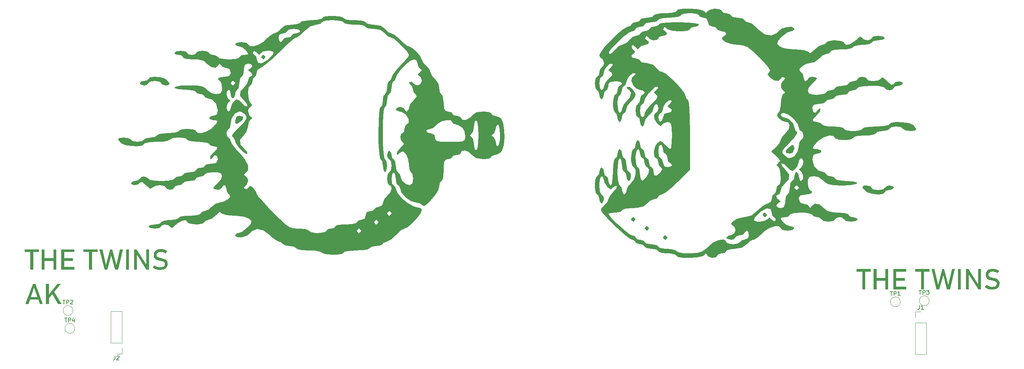
<source format=gbr>
%TF.GenerationSoftware,KiCad,Pcbnew,9.0.6*%
%TF.CreationDate,2025-12-27T17:50:34+00:00*%
%TF.ProjectId,Split Keyboard,53706c69-7420-44b6-9579-626f6172642e,rev?*%
%TF.SameCoordinates,Original*%
%TF.FileFunction,Legend,Top*%
%TF.FilePolarity,Positive*%
%FSLAX46Y46*%
G04 Gerber Fmt 4.6, Leading zero omitted, Abs format (unit mm)*
G04 Created by KiCad (PCBNEW 9.0.6) date 2025-12-27 17:50:34*
%MOMM*%
%LPD*%
G01*
G04 APERTURE LIST*
%ADD10C,0.100000*%
%ADD11C,0.150000*%
%ADD12C,0.120000*%
%ADD13C,0.000000*%
G04 APERTURE END LIST*
D10*
G36*
X33045297Y-104218100D02*
G01*
X33045297Y-99662665D01*
X33742305Y-99662665D01*
X33742305Y-104218100D01*
X33045297Y-104218100D01*
G37*
G36*
X31641512Y-99919425D02*
G01*
X31641512Y-99255085D01*
X35146091Y-99255085D01*
X35146091Y-99919425D01*
X31641512Y-99919425D01*
G37*
G36*
X38648533Y-104218100D02*
G01*
X38648533Y-99255085D01*
X39345236Y-99255085D01*
X39345236Y-104218100D01*
X38648533Y-104218100D01*
G37*
G36*
X35827223Y-104218100D02*
G01*
X35827223Y-99255085D01*
X36523926Y-99255085D01*
X36523926Y-104218100D01*
X35827223Y-104218100D01*
G37*
G36*
X36261060Y-102107841D02*
G01*
X36261060Y-101443501D01*
X39017340Y-101443501D01*
X39017340Y-102107841D01*
X36261060Y-102107841D01*
G37*
G36*
X40575304Y-104218100D02*
G01*
X40575304Y-99255085D01*
X41272007Y-99255085D01*
X41272007Y-104218100D01*
X40575304Y-104218100D01*
G37*
G36*
X40913275Y-104218100D02*
G01*
X40913275Y-103553759D01*
X43765421Y-103553759D01*
X43765421Y-104218100D01*
X40913275Y-104218100D01*
G37*
G36*
X40913275Y-102088302D02*
G01*
X40913275Y-101423961D01*
X43389592Y-101423961D01*
X43389592Y-102088302D01*
X40913275Y-102088302D01*
G37*
G36*
X40913275Y-99919425D02*
G01*
X40913275Y-99255085D01*
X43765421Y-99255085D01*
X43765421Y-99919425D01*
X40913275Y-99919425D01*
G37*
G36*
X47353043Y-104218100D02*
G01*
X47353043Y-99662665D01*
X48050051Y-99662665D01*
X48050051Y-104218100D01*
X47353043Y-104218100D01*
G37*
G36*
X45949257Y-99919425D02*
G01*
X45949257Y-99255085D01*
X49453837Y-99255085D01*
X49453837Y-99919425D01*
X45949257Y-99919425D01*
G37*
G36*
X51498150Y-103146179D02*
G01*
X52515726Y-99255085D01*
X52994137Y-99255085D01*
X54012019Y-103146179D01*
X54889767Y-99255085D01*
X55613947Y-99255085D01*
X54401281Y-104218100D01*
X53690840Y-104218100D01*
X52775540Y-100750156D01*
X51819024Y-104218100D01*
X51108582Y-104218100D01*
X49896222Y-99255085D01*
X50620097Y-99255085D01*
X51498150Y-103146179D01*
G37*
G36*
X57064749Y-99255085D02*
G01*
X57064749Y-104218100D01*
X56368047Y-104218100D01*
X56368047Y-99255085D01*
X57064749Y-99255085D01*
G37*
G36*
X58292680Y-104218100D02*
G01*
X58292680Y-99255085D01*
X58924353Y-99255085D01*
X61353043Y-103094277D01*
X61270917Y-103183120D01*
X61270917Y-99255085D01*
X61960903Y-99255085D01*
X61960903Y-104218100D01*
X61322208Y-104218100D01*
X58900540Y-100436915D01*
X58982666Y-100348072D01*
X58982666Y-104218100D01*
X58292680Y-104218100D01*
G37*
G36*
X64684821Y-104271833D02*
G01*
X64329047Y-104254294D01*
X64003383Y-104203445D01*
X63692393Y-104117395D01*
X63405599Y-103998586D01*
X63136881Y-103845256D01*
X62884751Y-103656952D01*
X63318588Y-103123892D01*
X63617762Y-103340495D01*
X63943544Y-103493919D01*
X64295348Y-103585701D01*
X64684821Y-103617262D01*
X65040242Y-103591362D01*
X65313301Y-103521399D01*
X65521353Y-103415456D01*
X65687532Y-103261576D01*
X65784959Y-103076697D01*
X65818718Y-102850340D01*
X65818718Y-102846981D01*
X65800058Y-102663789D01*
X65748818Y-102522372D01*
X65668204Y-102413145D01*
X65498999Y-102284743D01*
X65273752Y-102189663D01*
X64739470Y-102068152D01*
X64174048Y-101955495D01*
X63898603Y-101871441D01*
X63649842Y-101752163D01*
X63435973Y-101585140D01*
X63265465Y-101354047D01*
X63189032Y-101174801D01*
X63138836Y-100947316D01*
X63120446Y-100660397D01*
X63120446Y-100657039D01*
X63151704Y-100316993D01*
X63240264Y-100031036D01*
X63382668Y-99788577D01*
X63581454Y-99582370D01*
X63819464Y-99424132D01*
X64108533Y-99305282D01*
X64458876Y-99228833D01*
X64882963Y-99201351D01*
X65277883Y-99233335D01*
X65665151Y-99329579D01*
X66037773Y-99488833D01*
X66409481Y-99720673D01*
X66013502Y-100274188D01*
X65724386Y-100085793D01*
X65448080Y-99958810D01*
X65163944Y-99881289D01*
X64882963Y-99855922D01*
X64548714Y-99881844D01*
X64290501Y-99952185D01*
X64092227Y-100059560D01*
X63936175Y-100213453D01*
X63843077Y-100401942D01*
X63810432Y-100636278D01*
X63810432Y-100639942D01*
X63830485Y-100819661D01*
X63885920Y-100958868D01*
X63974380Y-101067061D01*
X64157604Y-101191737D01*
X64403026Y-101284132D01*
X64971501Y-101415413D01*
X65517994Y-101546999D01*
X65780739Y-101641866D01*
X66015029Y-101769260D01*
X66215013Y-101939460D01*
X66373760Y-102167070D01*
X66445178Y-102340921D01*
X66491756Y-102557614D01*
X66508704Y-102826526D01*
X66508704Y-102833243D01*
X66476543Y-103168543D01*
X66385210Y-103450956D01*
X66237648Y-103691105D01*
X66030294Y-103896004D01*
X65784672Y-104051593D01*
X65485940Y-104168936D01*
X65123555Y-104244603D01*
X64684821Y-104271833D01*
G37*
G36*
X31846675Y-112618100D02*
G01*
X33677276Y-107655085D01*
X34271702Y-107655085D01*
X36102302Y-112618100D01*
X35350950Y-112618100D01*
X33974336Y-108614349D01*
X32598028Y-112618100D01*
X31846675Y-112618100D01*
G37*
G36*
X32690229Y-111523892D02*
G01*
X32690229Y-110859551D01*
X35303017Y-110859551D01*
X35303017Y-111523892D01*
X32690229Y-111523892D01*
G37*
G36*
X37296955Y-111484813D02*
G01*
X37399537Y-110440369D01*
X39592227Y-107655085D01*
X40449519Y-107655085D01*
X37296955Y-111484813D01*
G37*
G36*
X36853043Y-112618100D02*
G01*
X36853043Y-107655085D01*
X37549746Y-107655085D01*
X37549746Y-112618100D01*
X36853043Y-112618100D01*
G37*
G36*
X39804107Y-112618100D02*
G01*
X38225993Y-109969286D01*
X38775845Y-109460650D01*
X40658042Y-112618100D01*
X39804107Y-112618100D01*
G37*
G36*
X235760397Y-109019500D02*
G01*
X235760397Y-104464065D01*
X236457405Y-104464065D01*
X236457405Y-109019500D01*
X235760397Y-109019500D01*
G37*
G36*
X234356612Y-104720825D02*
G01*
X234356612Y-104056485D01*
X237861191Y-104056485D01*
X237861191Y-104720825D01*
X234356612Y-104720825D01*
G37*
G36*
X241363633Y-109019500D02*
G01*
X241363633Y-104056485D01*
X242060336Y-104056485D01*
X242060336Y-109019500D01*
X241363633Y-109019500D01*
G37*
G36*
X238542323Y-109019500D02*
G01*
X238542323Y-104056485D01*
X239239026Y-104056485D01*
X239239026Y-109019500D01*
X238542323Y-109019500D01*
G37*
G36*
X238976160Y-106909241D02*
G01*
X238976160Y-106244901D01*
X241732440Y-106244901D01*
X241732440Y-106909241D01*
X238976160Y-106909241D01*
G37*
G36*
X243290404Y-109019500D02*
G01*
X243290404Y-104056485D01*
X243987107Y-104056485D01*
X243987107Y-109019500D01*
X243290404Y-109019500D01*
G37*
G36*
X243628375Y-109019500D02*
G01*
X243628375Y-108355159D01*
X246480521Y-108355159D01*
X246480521Y-109019500D01*
X243628375Y-109019500D01*
G37*
G36*
X243628375Y-106889702D02*
G01*
X243628375Y-106225361D01*
X246104692Y-106225361D01*
X246104692Y-106889702D01*
X243628375Y-106889702D01*
G37*
G36*
X243628375Y-104720825D02*
G01*
X243628375Y-104056485D01*
X246480521Y-104056485D01*
X246480521Y-104720825D01*
X243628375Y-104720825D01*
G37*
G36*
X250068143Y-109019500D02*
G01*
X250068143Y-104464065D01*
X250765151Y-104464065D01*
X250765151Y-109019500D01*
X250068143Y-109019500D01*
G37*
G36*
X248664357Y-104720825D02*
G01*
X248664357Y-104056485D01*
X252168937Y-104056485D01*
X252168937Y-104720825D01*
X248664357Y-104720825D01*
G37*
G36*
X254213250Y-107947579D02*
G01*
X255230826Y-104056485D01*
X255709237Y-104056485D01*
X256727119Y-107947579D01*
X257604867Y-104056485D01*
X258329047Y-104056485D01*
X257116381Y-109019500D01*
X256405940Y-109019500D01*
X255490640Y-105551556D01*
X254534124Y-109019500D01*
X253823682Y-109019500D01*
X252611322Y-104056485D01*
X253335197Y-104056485D01*
X254213250Y-107947579D01*
G37*
G36*
X259779849Y-104056485D02*
G01*
X259779849Y-109019500D01*
X259083147Y-109019500D01*
X259083147Y-104056485D01*
X259779849Y-104056485D01*
G37*
G36*
X261007780Y-109019500D02*
G01*
X261007780Y-104056485D01*
X261639453Y-104056485D01*
X264068143Y-107895677D01*
X263986017Y-107984520D01*
X263986017Y-104056485D01*
X264676003Y-104056485D01*
X264676003Y-109019500D01*
X264037308Y-109019500D01*
X261615640Y-105238315D01*
X261697766Y-105149472D01*
X261697766Y-109019500D01*
X261007780Y-109019500D01*
G37*
G36*
X267399921Y-109073233D02*
G01*
X267044147Y-109055694D01*
X266718483Y-109004845D01*
X266407493Y-108918795D01*
X266120699Y-108799986D01*
X265851981Y-108646656D01*
X265599851Y-108458352D01*
X266033688Y-107925292D01*
X266332862Y-108141895D01*
X266658644Y-108295319D01*
X267010448Y-108387101D01*
X267399921Y-108418662D01*
X267755342Y-108392762D01*
X268028401Y-108322799D01*
X268236453Y-108216856D01*
X268402632Y-108062976D01*
X268500059Y-107878097D01*
X268533818Y-107651740D01*
X268533818Y-107648381D01*
X268515158Y-107465189D01*
X268463918Y-107323772D01*
X268383304Y-107214545D01*
X268214099Y-107086143D01*
X267988852Y-106991063D01*
X267454570Y-106869552D01*
X266889148Y-106756895D01*
X266613703Y-106672841D01*
X266364942Y-106553563D01*
X266151073Y-106386540D01*
X265980565Y-106155447D01*
X265904132Y-105976201D01*
X265853936Y-105748716D01*
X265835546Y-105461797D01*
X265835546Y-105458439D01*
X265866804Y-105118393D01*
X265955364Y-104832436D01*
X266097768Y-104589977D01*
X266296554Y-104383770D01*
X266534564Y-104225532D01*
X266823633Y-104106682D01*
X267173976Y-104030233D01*
X267598063Y-104002751D01*
X267992983Y-104034735D01*
X268380251Y-104130979D01*
X268752873Y-104290233D01*
X269124581Y-104522073D01*
X268728602Y-105075588D01*
X268439486Y-104887193D01*
X268163180Y-104760210D01*
X267879044Y-104682689D01*
X267598063Y-104657322D01*
X267263814Y-104683244D01*
X267005601Y-104753585D01*
X266807327Y-104860960D01*
X266651275Y-105014853D01*
X266558177Y-105203342D01*
X266525532Y-105437678D01*
X266525532Y-105441342D01*
X266545585Y-105621061D01*
X266601020Y-105760268D01*
X266689480Y-105868461D01*
X266872704Y-105993137D01*
X267118126Y-106085532D01*
X267686601Y-106216813D01*
X268233094Y-106348399D01*
X268495839Y-106443266D01*
X268730129Y-106570660D01*
X268930113Y-106740860D01*
X269088860Y-106968470D01*
X269160278Y-107142321D01*
X269206856Y-107359014D01*
X269223804Y-107627926D01*
X269223804Y-107634643D01*
X269191643Y-107969943D01*
X269100310Y-108252356D01*
X268952748Y-108492505D01*
X268745394Y-108697404D01*
X268499772Y-108852993D01*
X268201040Y-108970336D01*
X267838655Y-109046003D01*
X267399921Y-109073233D01*
G37*
D11*
X53666666Y-125204819D02*
X53666666Y-125919104D01*
X53666666Y-125919104D02*
X53619047Y-126061961D01*
X53619047Y-126061961D02*
X53523809Y-126157200D01*
X53523809Y-126157200D02*
X53380952Y-126204819D01*
X53380952Y-126204819D02*
X53285714Y-126204819D01*
X54095238Y-125300057D02*
X54142857Y-125252438D01*
X54142857Y-125252438D02*
X54238095Y-125204819D01*
X54238095Y-125204819D02*
X54476190Y-125204819D01*
X54476190Y-125204819D02*
X54571428Y-125252438D01*
X54571428Y-125252438D02*
X54619047Y-125300057D01*
X54619047Y-125300057D02*
X54666666Y-125395295D01*
X54666666Y-125395295D02*
X54666666Y-125490533D01*
X54666666Y-125490533D02*
X54619047Y-125633390D01*
X54619047Y-125633390D02*
X54047619Y-126204819D01*
X54047619Y-126204819D02*
X54666666Y-126204819D01*
X242558095Y-109506819D02*
X243129523Y-109506819D01*
X242843809Y-110506819D02*
X242843809Y-109506819D01*
X243462857Y-110506819D02*
X243462857Y-109506819D01*
X243462857Y-109506819D02*
X243843809Y-109506819D01*
X243843809Y-109506819D02*
X243939047Y-109554438D01*
X243939047Y-109554438D02*
X243986666Y-109602057D01*
X243986666Y-109602057D02*
X244034285Y-109697295D01*
X244034285Y-109697295D02*
X244034285Y-109840152D01*
X244034285Y-109840152D02*
X243986666Y-109935390D01*
X243986666Y-109935390D02*
X243939047Y-109983009D01*
X243939047Y-109983009D02*
X243843809Y-110030628D01*
X243843809Y-110030628D02*
X243462857Y-110030628D01*
X244986666Y-110506819D02*
X244415238Y-110506819D01*
X244700952Y-110506819D02*
X244700952Y-109506819D01*
X244700952Y-109506819D02*
X244605714Y-109649676D01*
X244605714Y-109649676D02*
X244510476Y-109744914D01*
X244510476Y-109744914D02*
X244415238Y-109792533D01*
X40968095Y-111616819D02*
X41539523Y-111616819D01*
X41253809Y-112616819D02*
X41253809Y-111616819D01*
X41872857Y-112616819D02*
X41872857Y-111616819D01*
X41872857Y-111616819D02*
X42253809Y-111616819D01*
X42253809Y-111616819D02*
X42349047Y-111664438D01*
X42349047Y-111664438D02*
X42396666Y-111712057D01*
X42396666Y-111712057D02*
X42444285Y-111807295D01*
X42444285Y-111807295D02*
X42444285Y-111950152D01*
X42444285Y-111950152D02*
X42396666Y-112045390D01*
X42396666Y-112045390D02*
X42349047Y-112093009D01*
X42349047Y-112093009D02*
X42253809Y-112140628D01*
X42253809Y-112140628D02*
X41872857Y-112140628D01*
X42825238Y-111712057D02*
X42872857Y-111664438D01*
X42872857Y-111664438D02*
X42968095Y-111616819D01*
X42968095Y-111616819D02*
X43206190Y-111616819D01*
X43206190Y-111616819D02*
X43301428Y-111664438D01*
X43301428Y-111664438D02*
X43349047Y-111712057D01*
X43349047Y-111712057D02*
X43396666Y-111807295D01*
X43396666Y-111807295D02*
X43396666Y-111902533D01*
X43396666Y-111902533D02*
X43349047Y-112045390D01*
X43349047Y-112045390D02*
X42777619Y-112616819D01*
X42777619Y-112616819D02*
X43396666Y-112616819D01*
X41408095Y-115986819D02*
X41979523Y-115986819D01*
X41693809Y-116986819D02*
X41693809Y-115986819D01*
X42312857Y-116986819D02*
X42312857Y-115986819D01*
X42312857Y-115986819D02*
X42693809Y-115986819D01*
X42693809Y-115986819D02*
X42789047Y-116034438D01*
X42789047Y-116034438D02*
X42836666Y-116082057D01*
X42836666Y-116082057D02*
X42884285Y-116177295D01*
X42884285Y-116177295D02*
X42884285Y-116320152D01*
X42884285Y-116320152D02*
X42836666Y-116415390D01*
X42836666Y-116415390D02*
X42789047Y-116463009D01*
X42789047Y-116463009D02*
X42693809Y-116510628D01*
X42693809Y-116510628D02*
X42312857Y-116510628D01*
X43741428Y-116320152D02*
X43741428Y-116986819D01*
X43503333Y-115939200D02*
X43265238Y-116653485D01*
X43265238Y-116653485D02*
X43884285Y-116653485D01*
X249598095Y-109246819D02*
X250169523Y-109246819D01*
X249883809Y-110246819D02*
X249883809Y-109246819D01*
X250502857Y-110246819D02*
X250502857Y-109246819D01*
X250502857Y-109246819D02*
X250883809Y-109246819D01*
X250883809Y-109246819D02*
X250979047Y-109294438D01*
X250979047Y-109294438D02*
X251026666Y-109342057D01*
X251026666Y-109342057D02*
X251074285Y-109437295D01*
X251074285Y-109437295D02*
X251074285Y-109580152D01*
X251074285Y-109580152D02*
X251026666Y-109675390D01*
X251026666Y-109675390D02*
X250979047Y-109723009D01*
X250979047Y-109723009D02*
X250883809Y-109770628D01*
X250883809Y-109770628D02*
X250502857Y-109770628D01*
X251407619Y-109246819D02*
X252026666Y-109246819D01*
X252026666Y-109246819D02*
X251693333Y-109627771D01*
X251693333Y-109627771D02*
X251836190Y-109627771D01*
X251836190Y-109627771D02*
X251931428Y-109675390D01*
X251931428Y-109675390D02*
X251979047Y-109723009D01*
X251979047Y-109723009D02*
X252026666Y-109818247D01*
X252026666Y-109818247D02*
X252026666Y-110056342D01*
X252026666Y-110056342D02*
X251979047Y-110151580D01*
X251979047Y-110151580D02*
X251931428Y-110199200D01*
X251931428Y-110199200D02*
X251836190Y-110246819D01*
X251836190Y-110246819D02*
X251550476Y-110246819D01*
X251550476Y-110246819D02*
X251455238Y-110199200D01*
X251455238Y-110199200D02*
X251407619Y-110151580D01*
X249666666Y-112934619D02*
X249666666Y-113648904D01*
X249666666Y-113648904D02*
X249619047Y-113791761D01*
X249619047Y-113791761D02*
X249523809Y-113887000D01*
X249523809Y-113887000D02*
X249380952Y-113934619D01*
X249380952Y-113934619D02*
X249285714Y-113934619D01*
X250666666Y-113934619D02*
X250095238Y-113934619D01*
X250380952Y-113934619D02*
X250380952Y-112934619D01*
X250380952Y-112934619D02*
X250285714Y-113077476D01*
X250285714Y-113077476D02*
X250190476Y-113172714D01*
X250190476Y-113172714D02*
X250095238Y-113220333D01*
D12*
%TO.C,J2*%
X52620000Y-122100000D02*
X52620000Y-114370000D01*
X55380000Y-114370000D02*
X52620000Y-114370000D01*
X55380000Y-122100000D02*
X52620000Y-122100000D01*
X55380000Y-122100000D02*
X55380000Y-114370000D01*
X55380000Y-123370000D02*
X55380000Y-124750000D01*
X55380000Y-124750000D02*
X54000000Y-124750000D01*
%TO.C,TP1*%
X245020000Y-112050000D02*
G75*
G02*
X242620000Y-112050000I-1200000J0D01*
G01*
X242620000Y-112050000D02*
G75*
G02*
X245020000Y-112050000I1200000J0D01*
G01*
%TO.C,TP2*%
X43430000Y-114160000D02*
G75*
G02*
X41030000Y-114160000I-1200000J0D01*
G01*
X41030000Y-114160000D02*
G75*
G02*
X43430000Y-114160000I1200000J0D01*
G01*
%TO.C,TP4*%
X43870000Y-118530000D02*
G75*
G02*
X41470000Y-118530000I-1200000J0D01*
G01*
X41470000Y-118530000D02*
G75*
G02*
X43870000Y-118530000I1200000J0D01*
G01*
%TO.C,TP3*%
X252060000Y-111790000D02*
G75*
G02*
X249660000Y-111790000I-1200000J0D01*
G01*
X249660000Y-111790000D02*
G75*
G02*
X252060000Y-111790000I1200000J0D01*
G01*
D13*
%TO.C,G\u002A\u002A\u002A*%
G36*
X180514390Y-91830625D02*
G01*
X180530436Y-91962608D01*
X180110245Y-92498737D01*
X179978262Y-92514782D01*
X179442133Y-92094592D01*
X179426088Y-91962608D01*
X179846278Y-91426480D01*
X179978262Y-91410435D01*
X180514390Y-91830625D01*
G37*
G36*
X183827433Y-94039321D02*
G01*
X183843479Y-94171304D01*
X183423289Y-94707432D01*
X183291305Y-94723478D01*
X182755177Y-94303288D01*
X182739131Y-94171304D01*
X183159322Y-93635176D01*
X183291305Y-93619130D01*
X183827433Y-94039321D01*
G37*
G36*
X188244825Y-96248016D02*
G01*
X188260870Y-96380000D01*
X187840680Y-96916128D01*
X187708696Y-96932174D01*
X187172568Y-96511983D01*
X187156523Y-96380000D01*
X187576713Y-95843871D01*
X187708696Y-95827826D01*
X188244825Y-96248016D01*
G37*
G36*
X212540477Y-90726277D02*
G01*
X212556523Y-90858261D01*
X212136332Y-91394389D01*
X212004349Y-91410435D01*
X211468220Y-90990244D01*
X211452175Y-90858261D01*
X211872365Y-90322132D01*
X212004349Y-90306087D01*
X212540477Y-90726277D01*
G37*
G36*
X219119150Y-74104827D02*
G01*
X219182610Y-74845217D01*
X218792164Y-75768069D01*
X218078262Y-75949565D01*
X217132671Y-75725352D01*
X217197470Y-75076739D01*
X217799873Y-74431087D01*
X218714454Y-73804042D01*
X219119150Y-74104827D01*
G37*
G36*
X243271178Y-83911236D02*
G01*
X243478262Y-84232174D01*
X243015789Y-84680806D01*
X242373914Y-84784348D01*
X241476649Y-85015584D01*
X241269566Y-85336521D01*
X240804110Y-85742353D01*
X239677943Y-85879999D01*
X238296364Y-85769727D01*
X237064673Y-85431800D01*
X236536647Y-85099875D01*
X235825377Y-84191709D01*
X236074271Y-83759261D01*
X236852175Y-83680000D01*
X237749439Y-83911236D01*
X237956523Y-84232174D01*
X238436344Y-84619873D01*
X239592435Y-84784305D01*
X239613044Y-84784348D01*
X240776142Y-84624407D01*
X241269439Y-84239043D01*
X241269566Y-84232174D01*
X241732039Y-83783541D01*
X242373914Y-83680000D01*
X243271178Y-83911236D01*
G37*
G36*
X195416251Y-40714052D02*
G01*
X196717247Y-40952903D01*
X197325725Y-41300652D01*
X197688354Y-41706724D01*
X197969928Y-41300652D01*
X198627797Y-40840806D01*
X199746966Y-40631788D01*
X200856581Y-40691942D01*
X201485788Y-41039613D01*
X201513044Y-41162608D01*
X201975517Y-41611241D01*
X202617392Y-41714782D01*
X203514657Y-41946019D01*
X203721740Y-42266956D01*
X204201562Y-42654656D01*
X205357653Y-42819088D01*
X205378262Y-42819130D01*
X206541360Y-42979071D01*
X207034656Y-43364434D01*
X207034783Y-43371304D01*
X207485646Y-43852398D01*
X207917594Y-43923478D01*
X208832586Y-44302832D01*
X210018507Y-45246802D01*
X210347827Y-45580000D01*
X212006464Y-46853651D01*
X213607875Y-47178647D01*
X214969976Y-46534757D01*
X215317392Y-46132174D01*
X216188820Y-45459623D01*
X217385591Y-45074550D01*
X218505024Y-45034481D01*
X219144434Y-45396943D01*
X219182610Y-45580000D01*
X218733657Y-46065800D01*
X218329250Y-46132174D01*
X217385977Y-46498949D01*
X216216996Y-47394540D01*
X216088284Y-47519780D01*
X215212604Y-48509661D01*
X215089420Y-49157297D01*
X215521768Y-49728475D01*
X216749401Y-50298947D01*
X218879705Y-50542965D01*
X219373241Y-50549565D01*
X221380031Y-50676539D01*
X222489971Y-51038327D01*
X222651384Y-51239782D01*
X223110044Y-51455194D01*
X224004557Y-50687608D01*
X225084620Y-49789020D01*
X226011507Y-49445217D01*
X226792181Y-49168362D01*
X226913044Y-48893043D01*
X227402906Y-48547270D01*
X228626640Y-48354949D01*
X229121740Y-48340869D01*
X230504831Y-48463335D01*
X231274115Y-48769268D01*
X231330436Y-48893043D01*
X231706113Y-49413565D01*
X232609534Y-49324817D01*
X233705282Y-48706397D01*
X234238923Y-48202826D01*
X235133901Y-47435051D01*
X235592096Y-47650652D01*
X236186912Y-48174561D01*
X237113474Y-48327936D01*
X237837445Y-48079580D01*
X237956523Y-47788695D01*
X238436344Y-47400996D01*
X239592435Y-47236564D01*
X239613044Y-47236521D01*
X240776142Y-47396462D01*
X241269439Y-47781826D01*
X241269566Y-47788695D01*
X240789744Y-48176395D01*
X239633654Y-48340827D01*
X239613044Y-48340869D01*
X238449946Y-48500810D01*
X237956650Y-48886173D01*
X237956523Y-48893043D01*
X237466661Y-49238816D01*
X236242927Y-49431137D01*
X235747827Y-49445217D01*
X234364736Y-49567682D01*
X233595452Y-49873616D01*
X233539131Y-49997391D01*
X233042521Y-50312375D01*
X231772769Y-50512302D01*
X230778262Y-50549565D01*
X229203343Y-50648887D01*
X228203708Y-50902837D01*
X228017392Y-51101739D01*
X227560778Y-51567582D01*
X227034942Y-51653913D01*
X225967385Y-52070526D01*
X225256523Y-52758261D01*
X224128374Y-53628375D01*
X223162575Y-53862608D01*
X222063243Y-54102021D01*
X221074266Y-54666006D01*
X220469927Y-55323186D01*
X220524508Y-55842182D01*
X220706018Y-55934904D01*
X221278875Y-56605140D01*
X221391305Y-57221666D01*
X221631509Y-58093642D01*
X221943479Y-58280000D01*
X222479607Y-57859809D01*
X222495653Y-57727826D01*
X222958126Y-57279194D01*
X223600001Y-57175652D01*
X224497989Y-57356233D01*
X224704349Y-57605928D01*
X224305652Y-58223629D01*
X223600001Y-58832174D01*
X222737522Y-59824441D01*
X222495653Y-60610593D01*
X222733871Y-61263890D01*
X223624269Y-61549275D01*
X224704349Y-61593043D01*
X226087440Y-61470578D01*
X226856724Y-61164644D01*
X226913044Y-61040869D01*
X227375517Y-60592237D01*
X228017392Y-60488695D01*
X228914657Y-60257459D01*
X229121740Y-59936521D01*
X229601562Y-59548822D01*
X230757653Y-59384390D01*
X230778262Y-59384348D01*
X231941360Y-59224407D01*
X232434656Y-58839043D01*
X232434783Y-58832174D01*
X232897256Y-58383541D01*
X233539131Y-58280000D01*
X234436396Y-58048763D01*
X234643479Y-57727826D01*
X235105952Y-57279194D01*
X235747827Y-57175652D01*
X236645091Y-57406888D01*
X236852175Y-57727826D01*
X237302602Y-58144664D01*
X238336005Y-58269957D01*
X239475568Y-58122682D01*
X240244472Y-57721813D01*
X240320949Y-57589782D01*
X240804808Y-57411388D01*
X241769136Y-58222483D01*
X241821740Y-58280000D01*
X242806785Y-59133947D01*
X243311585Y-58998507D01*
X243322531Y-58970217D01*
X243917347Y-58446308D01*
X244843908Y-58292933D01*
X245567880Y-58541289D01*
X245686957Y-58832174D01*
X245224485Y-59280806D01*
X244582610Y-59384348D01*
X243685345Y-59615584D01*
X243478262Y-59936521D01*
X243015789Y-60385154D01*
X242373914Y-60488695D01*
X241476649Y-60257459D01*
X241269566Y-59936521D01*
X240766613Y-59642402D01*
X239452723Y-59442999D01*
X237956523Y-59384348D01*
X236191805Y-59468173D01*
X234995390Y-59687155D01*
X234643479Y-59936521D01*
X234181006Y-60385154D01*
X233539131Y-60488695D01*
X232641867Y-60719932D01*
X232434783Y-61040869D01*
X231954962Y-61428569D01*
X230798871Y-61593001D01*
X230778262Y-61593043D01*
X229615164Y-61752984D01*
X229121867Y-62138347D01*
X229121740Y-62145217D01*
X228659267Y-62593849D01*
X228017392Y-62697391D01*
X227120128Y-62928627D01*
X226913044Y-63249565D01*
X226433223Y-63637264D01*
X225277132Y-63801696D01*
X225256523Y-63801739D01*
X224044000Y-63975285D01*
X223617090Y-64621012D01*
X223600001Y-64906087D01*
X223868873Y-65831597D01*
X224433156Y-65931375D01*
X224858826Y-65320217D01*
X225329403Y-64931166D01*
X225545541Y-65040628D01*
X225501227Y-65643695D01*
X224792875Y-66485830D01*
X223799821Y-67500488D01*
X223759690Y-68049793D01*
X224668125Y-68219031D01*
X224704349Y-68219130D01*
X225601613Y-68450366D01*
X225808696Y-68771304D01*
X226305307Y-69086288D01*
X227575059Y-69286215D01*
X228569566Y-69323478D01*
X230144485Y-69422800D01*
X231144120Y-69676750D01*
X231330436Y-69875652D01*
X231820297Y-70221425D01*
X233044031Y-70413746D01*
X233539131Y-70427826D01*
X234922222Y-70305360D01*
X235691506Y-69999427D01*
X235747827Y-69875652D01*
X236250780Y-69581532D01*
X237564670Y-69382130D01*
X239060870Y-69323478D01*
X240825588Y-69239652D01*
X242022003Y-69020671D01*
X242373914Y-68771304D01*
X242851345Y-68392429D01*
X244033790Y-68229982D01*
X245546478Y-68268768D01*
X247014639Y-68493596D01*
X248063501Y-68889271D01*
X248211181Y-69007950D01*
X248905273Y-69877298D01*
X248670697Y-70307411D01*
X247428413Y-70427629D01*
X247343479Y-70427826D01*
X246180381Y-70267885D01*
X245687085Y-69882522D01*
X245686957Y-69875652D01*
X245207136Y-69487953D01*
X244051045Y-69323520D01*
X244030436Y-69323478D01*
X242867338Y-69483419D01*
X242374041Y-69868782D01*
X242373914Y-69875652D01*
X241894092Y-70263351D01*
X240738001Y-70427783D01*
X240717392Y-70427826D01*
X239554294Y-70587766D01*
X239060998Y-70973130D01*
X239060870Y-70980000D01*
X238564260Y-71294984D01*
X237294508Y-71494910D01*
X236300001Y-71532174D01*
X234725082Y-71631496D01*
X233725447Y-71885446D01*
X233539131Y-72084348D01*
X233049270Y-72430120D01*
X231825535Y-72622441D01*
X231330436Y-72636521D01*
X229947345Y-72514056D01*
X229178061Y-72208122D01*
X229121740Y-72084348D01*
X228700667Y-71580189D01*
X227669300Y-71558247D01*
X226375414Y-71951480D01*
X225166787Y-72692847D01*
X224955337Y-72887510D01*
X223911285Y-74027497D01*
X223696918Y-74622646D01*
X224291726Y-74832925D01*
X224704349Y-74845217D01*
X225601613Y-75076453D01*
X225808696Y-75397391D01*
X225346224Y-75846023D01*
X224704349Y-75949565D01*
X223847158Y-76262857D01*
X223600010Y-77358919D01*
X223600001Y-77369441D01*
X224001204Y-78967513D01*
X225019677Y-80069977D01*
X226045342Y-80366956D01*
X226805124Y-80653254D01*
X226913044Y-80919130D01*
X227375517Y-81367762D01*
X228017392Y-81471304D01*
X228914657Y-81702540D01*
X229121740Y-82023478D01*
X229618350Y-82338462D01*
X230888103Y-82538389D01*
X231882610Y-82575652D01*
X233457529Y-82674974D01*
X234457163Y-82928924D01*
X234643479Y-83127826D01*
X234134291Y-83413380D01*
X232776267Y-83609909D01*
X230900159Y-83680000D01*
X228790113Y-83624151D01*
X227486838Y-83408907D01*
X226696256Y-82962723D01*
X226360870Y-82575652D01*
X225134015Y-81684158D01*
X224030277Y-81471304D01*
X222940041Y-81623591D01*
X222538989Y-82311412D01*
X222495653Y-83127826D01*
X222655594Y-84290924D01*
X223040957Y-84784220D01*
X223047827Y-84784348D01*
X223583955Y-85204538D01*
X223600001Y-85336521D01*
X223120179Y-85724221D01*
X221964088Y-85888653D01*
X221943479Y-85888695D01*
X220730957Y-86062242D01*
X220304047Y-86707969D01*
X220286957Y-86993043D01*
X220682197Y-87921387D01*
X221345291Y-88097391D01*
X222384285Y-88415718D01*
X222725725Y-88787608D01*
X223088354Y-89193680D01*
X223369928Y-88787608D01*
X224152928Y-88156219D01*
X225271476Y-88299002D01*
X226331246Y-89161358D01*
X226360870Y-89201739D01*
X227225709Y-89939952D01*
X228632954Y-90264267D01*
X229795811Y-90306087D01*
X231330288Y-90409724D01*
X232282013Y-90673544D01*
X232434783Y-90858261D01*
X232897256Y-91306893D01*
X233539131Y-91410435D01*
X234436396Y-91641671D01*
X234643479Y-91962608D01*
X234163657Y-92350308D01*
X233007567Y-92514740D01*
X232986957Y-92514782D01*
X231823859Y-92354842D01*
X231330563Y-91969478D01*
X231330436Y-91962608D01*
X230867963Y-91513976D01*
X230226088Y-91410435D01*
X229328823Y-91641671D01*
X229121740Y-91962608D01*
X228641918Y-92350308D01*
X227485827Y-92514740D01*
X227465218Y-92514782D01*
X226302120Y-92354842D01*
X225808824Y-91969478D01*
X225808696Y-91962608D01*
X225346224Y-91513976D01*
X224704349Y-91410435D01*
X223807084Y-91179198D01*
X223600001Y-90858261D01*
X223103391Y-90543277D01*
X221833638Y-90343350D01*
X220839131Y-90306087D01*
X219264212Y-90405409D01*
X218264578Y-90659359D01*
X218078262Y-90858261D01*
X217615789Y-91306893D01*
X216973914Y-91410435D01*
X216075407Y-91543064D01*
X215869566Y-91725962D01*
X216303568Y-92490038D01*
X217271089Y-93250196D01*
X218270405Y-93618002D01*
X218314908Y-93619130D01*
X219074689Y-93905428D01*
X219182610Y-94171304D01*
X218702788Y-94559003D01*
X217546697Y-94723436D01*
X217526088Y-94723478D01*
X216362990Y-94563537D01*
X215869693Y-94178174D01*
X215869566Y-94171304D01*
X215462984Y-93622769D01*
X214451321Y-93611275D01*
X213146706Y-94058790D01*
X211861267Y-94887281D01*
X211452175Y-95275652D01*
X210299765Y-96324168D01*
X209334475Y-96896383D01*
X209143839Y-96932174D01*
X208258321Y-97341719D01*
X207586957Y-98036521D01*
X206412138Y-98903127D01*
X204704190Y-99140869D01*
X203366826Y-99269998D01*
X202653737Y-99590476D01*
X202617392Y-99693043D01*
X202154920Y-100141675D01*
X201513044Y-100245217D01*
X200615780Y-100476453D01*
X200408696Y-100797391D01*
X199991332Y-101262028D01*
X199088349Y-101308050D01*
X198223408Y-100965099D01*
X197969928Y-100659348D01*
X197607300Y-100253276D01*
X197325725Y-100659348D01*
X196675375Y-101019297D01*
X195354063Y-101252878D01*
X193717354Y-101352932D01*
X192120809Y-101312298D01*
X190919994Y-101123820D01*
X190469566Y-100797391D01*
X189979705Y-100451618D01*
X188755970Y-100259297D01*
X188260870Y-100245217D01*
X186877779Y-100122752D01*
X186108495Y-99816818D01*
X186052175Y-99693043D01*
X185572353Y-99305344D01*
X184416262Y-99140912D01*
X184395653Y-99140869D01*
X183232555Y-98980929D01*
X182739259Y-98595565D01*
X182739131Y-98588695D01*
X182276659Y-98140063D01*
X181634783Y-98036521D01*
X180737519Y-97805285D01*
X180530436Y-97484348D01*
X180082489Y-96996139D01*
X179691949Y-96932174D01*
X178952623Y-96561286D01*
X177672874Y-95567510D01*
X176072299Y-94129179D01*
X175229840Y-93308551D01*
X173543577Y-91607086D01*
X172627895Y-90596705D01*
X173904349Y-90596705D01*
X174296489Y-91244801D01*
X175288754Y-92315035D01*
X176604912Y-93557548D01*
X177968729Y-94722482D01*
X179103971Y-95559976D01*
X179687644Y-95827826D01*
X180431737Y-96121501D01*
X180530436Y-96380000D01*
X180992908Y-96828632D01*
X181634783Y-96932174D01*
X182532048Y-97163410D01*
X182739131Y-97484348D01*
X183218953Y-97872047D01*
X184375044Y-98036479D01*
X184395653Y-98036521D01*
X185558751Y-98196462D01*
X186052048Y-98581826D01*
X186052175Y-98588695D01*
X186542036Y-98934468D01*
X187765771Y-99126789D01*
X188260870Y-99140869D01*
X189643961Y-99263335D01*
X190413245Y-99569268D01*
X190469566Y-99693043D01*
X190969296Y-99993119D01*
X192260447Y-100193660D01*
X193561072Y-100245217D01*
X195458517Y-100169060D01*
X196695111Y-99836090D01*
X197709806Y-99089560D01*
X198200001Y-98588695D01*
X199399000Y-97638765D01*
X200732915Y-97040876D01*
X201889620Y-96873061D01*
X202556985Y-97213351D01*
X202617392Y-97484348D01*
X203097214Y-97872047D01*
X204253305Y-98036479D01*
X204273914Y-98036521D01*
X205437012Y-97876581D01*
X205930308Y-97491217D01*
X205930436Y-97484348D01*
X206392908Y-97035715D01*
X207034783Y-96932174D01*
X207957636Y-96541728D01*
X208139131Y-95827826D01*
X207907895Y-94930561D01*
X207586957Y-94723478D01*
X207050829Y-95143668D01*
X207034783Y-95275652D01*
X206572311Y-95724284D01*
X205930436Y-95827826D01*
X205033171Y-96059062D01*
X204826088Y-96380000D01*
X204363615Y-96828632D01*
X203721740Y-96932174D01*
X202824476Y-96700937D01*
X202617392Y-96380000D01*
X203079865Y-95931368D01*
X203721740Y-95827826D01*
X204556983Y-95418578D01*
X204852365Y-94536934D01*
X204515119Y-93702042D01*
X204140801Y-93482730D01*
X203784293Y-93055746D01*
X204212103Y-92455233D01*
X204571124Y-92233206D01*
X209414567Y-92233206D01*
X210204390Y-92492232D01*
X210853986Y-92514782D01*
X212099666Y-92302385D01*
X212744558Y-91824565D01*
X213120072Y-91467136D01*
X213588810Y-91946617D01*
X214258379Y-92410837D01*
X214597151Y-92285152D01*
X214608554Y-91721349D01*
X214351088Y-91564912D01*
X213773415Y-90877697D01*
X213660870Y-90260072D01*
X213316821Y-89386120D01*
X212410075Y-89310580D01*
X211128740Y-90021999D01*
X210637955Y-90444130D01*
X209563186Y-91589778D01*
X209414567Y-92233206D01*
X204571124Y-92233206D01*
X205164120Y-91866484D01*
X206380233Y-91474789D01*
X207049892Y-91410435D01*
X208809073Y-90990737D01*
X210347827Y-89753913D01*
X211532677Y-88701950D01*
X211910299Y-88493974D01*
X214795288Y-88493974D01*
X215099464Y-89045030D01*
X215869566Y-89201739D01*
X216677914Y-88941419D01*
X216962521Y-87972829D01*
X216973914Y-87545217D01*
X217133854Y-86382119D01*
X217519218Y-85888823D01*
X217526088Y-85888695D01*
X217913787Y-85408874D01*
X218078219Y-84252783D01*
X218078262Y-84232174D01*
X219182610Y-84232174D01*
X219602800Y-84768302D01*
X219734783Y-84784348D01*
X220270912Y-84364157D01*
X220286957Y-84232174D01*
X219866767Y-83696045D01*
X219734783Y-83680000D01*
X219198655Y-84100190D01*
X219182610Y-84232174D01*
X218078262Y-84232174D01*
X218238202Y-83069076D01*
X218623566Y-82575779D01*
X218630436Y-82575652D01*
X219079068Y-82113179D01*
X219182610Y-81471304D01*
X219413846Y-80574040D01*
X219734783Y-80366956D01*
X220183416Y-80829429D01*
X220286957Y-81471304D01*
X220518194Y-82368568D01*
X220839131Y-82575652D01*
X221303768Y-82158288D01*
X221349790Y-81255304D01*
X221006839Y-80390363D01*
X220701088Y-80136884D01*
X220295016Y-79774256D01*
X220701088Y-79492681D01*
X221226221Y-78841279D01*
X221377103Y-77891736D01*
X221124093Y-77167714D01*
X220839131Y-77053913D01*
X220355634Y-77503809D01*
X220286957Y-77921615D01*
X219919996Y-79001759D01*
X219437774Y-79638500D01*
X218754309Y-80142130D01*
X218127160Y-79896628D01*
X217501662Y-79234446D01*
X216636187Y-78460528D01*
X216059998Y-78336289D01*
X216053624Y-78342319D01*
X216155407Y-78911938D01*
X216885387Y-79738004D01*
X217915447Y-81030664D01*
X217854587Y-82206088D01*
X216973914Y-83127826D01*
X216111435Y-84120093D01*
X215869566Y-84906245D01*
X215612932Y-85735092D01*
X215317392Y-85888695D01*
X214798738Y-86212274D01*
X214981113Y-86858636D01*
X215455436Y-87223116D01*
X215861507Y-87585744D01*
X215455436Y-87867319D01*
X214795288Y-88493974D01*
X211910299Y-88493974D01*
X212410075Y-88218721D01*
X212568821Y-88131291D01*
X212778060Y-88097391D01*
X213511430Y-87636369D01*
X213660870Y-86993043D01*
X213892107Y-86095779D01*
X214213044Y-85888695D01*
X214661677Y-85426223D01*
X214765218Y-84784348D01*
X214996455Y-83887083D01*
X215317392Y-83680000D01*
X215698560Y-83211507D01*
X215856181Y-82089601D01*
X215803003Y-80739640D01*
X215551778Y-79586981D01*
X215179349Y-79074573D01*
X214821214Y-78699296D01*
X215299680Y-78231385D01*
X215736820Y-77724840D01*
X215405609Y-77096679D01*
X214801062Y-76532826D01*
X213491894Y-75397391D01*
X214680730Y-74366319D01*
X215556021Y-73353745D01*
X215869566Y-72555608D01*
X216279717Y-71654779D01*
X216973914Y-70980000D01*
X217806868Y-70025646D01*
X218048754Y-69019651D01*
X217668010Y-68330255D01*
X217210560Y-68219130D01*
X216267332Y-67944451D01*
X215419487Y-67314966D01*
X214952375Y-66622506D01*
X214978082Y-66562608D01*
X215869566Y-66562608D01*
X216319462Y-67046106D01*
X216737268Y-67114782D01*
X217965743Y-67570490D01*
X218924463Y-68628681D01*
X219182610Y-69514109D01*
X219577049Y-70388079D01*
X219872827Y-70566853D01*
X219911162Y-71039109D01*
X219172924Y-72059976D01*
X218174112Y-73094899D01*
X216870857Y-74406737D01*
X216282082Y-75231821D01*
X216289163Y-75808325D01*
X216616193Y-76222900D01*
X217568701Y-76904386D01*
X218078262Y-77053913D01*
X219177982Y-76567628D01*
X220008946Y-75371894D01*
X220286957Y-74056397D01*
X220471180Y-72999971D01*
X220839131Y-72636521D01*
X221287763Y-72174049D01*
X221391305Y-71532174D01*
X221160069Y-70634909D01*
X220839131Y-70427826D01*
X220353331Y-69978873D01*
X220286957Y-69574466D01*
X219920239Y-68625502D01*
X219027746Y-67464035D01*
X218931621Y-67365770D01*
X217717994Y-66425673D01*
X216632617Y-66020440D01*
X215961066Y-66224976D01*
X215869566Y-66562608D01*
X214978082Y-66562608D01*
X215151345Y-66158900D01*
X215184279Y-66146835D01*
X215635928Y-65489114D01*
X215861800Y-64133937D01*
X215869566Y-63801739D01*
X216033886Y-62357980D01*
X216440781Y-61450211D01*
X216559783Y-61362971D01*
X216632617Y-61297929D01*
X216965855Y-61000343D01*
X216559783Y-60718768D01*
X215974315Y-59968208D01*
X215944229Y-58918549D01*
X216469528Y-58164397D01*
X216559783Y-58125522D01*
X216917238Y-57641907D01*
X216760275Y-57389291D01*
X216188537Y-57319232D01*
X216024043Y-57589782D01*
X215334383Y-58214611D01*
X214229645Y-58076895D01*
X213255791Y-57401629D01*
X212701982Y-56632581D01*
X213033947Y-56118609D01*
X213091739Y-56081784D01*
X213228575Y-55598127D01*
X212659581Y-54657846D01*
X211317232Y-53160664D01*
X210708512Y-52542764D01*
X209057828Y-50955481D01*
X207852979Y-50022654D01*
X206803034Y-49576081D01*
X205617063Y-49447561D01*
X205350825Y-49445217D01*
X203920238Y-49262740D01*
X202644014Y-48812582D01*
X201762864Y-48240654D01*
X201517502Y-47692867D01*
X201932105Y-47372922D01*
X202588902Y-46857474D01*
X202334000Y-46324786D01*
X201513044Y-46132174D01*
X200615780Y-45900937D01*
X200408696Y-45580000D01*
X199946224Y-45131368D01*
X199304349Y-45027826D01*
X198381496Y-44637380D01*
X198200001Y-43923478D01*
X197809555Y-43000626D01*
X197095653Y-42819130D01*
X196198389Y-42587894D01*
X195991305Y-42266956D01*
X195501444Y-41921183D01*
X194277709Y-41728863D01*
X193782610Y-41714782D01*
X192399518Y-41837248D01*
X191630235Y-42143181D01*
X191573914Y-42266956D01*
X191077304Y-42581940D01*
X189807551Y-42781867D01*
X188813044Y-42819130D01*
X187238125Y-42918452D01*
X186238491Y-43172403D01*
X186052175Y-43371304D01*
X185572353Y-43759003D01*
X184416262Y-43923436D01*
X184395653Y-43923478D01*
X183232555Y-44083419D01*
X182739259Y-44468782D01*
X182739131Y-44475652D01*
X182276659Y-44924284D01*
X181634783Y-45027826D01*
X180737519Y-45259062D01*
X180530436Y-45580000D01*
X180082307Y-46067777D01*
X179689290Y-46132174D01*
X178866252Y-46494465D01*
X177587028Y-47434494D01*
X176416264Y-48478913D01*
X174819333Y-50103097D01*
X174044586Y-51117774D01*
X174045003Y-51594659D01*
X174334625Y-51653913D01*
X174880956Y-51301281D01*
X174952325Y-51255216D01*
X175560870Y-50549565D01*
X176501903Y-49690191D01*
X177217392Y-49445217D01*
X178184544Y-49032468D01*
X178873914Y-48340869D01*
X179866181Y-47478390D01*
X180652333Y-47236521D01*
X181481180Y-46979887D01*
X181634783Y-46684348D01*
X182097256Y-46235715D01*
X182739131Y-46132174D01*
X183636396Y-45900937D01*
X183843479Y-45580000D01*
X184305952Y-45131368D01*
X184947827Y-45027826D01*
X185845091Y-44796589D01*
X186052175Y-44475652D01*
X186573433Y-44211073D01*
X188016359Y-44022340D01*
X190199676Y-43929594D01*
X191021740Y-43923478D01*
X193402950Y-43981396D01*
X195101548Y-44141721D01*
X195936258Y-44384311D01*
X195991305Y-44475652D01*
X195528833Y-44924284D01*
X194886957Y-45027826D01*
X193989693Y-45259062D01*
X193782610Y-45580000D01*
X193303613Y-45938448D01*
X192125396Y-46113493D01*
X190636118Y-46114572D01*
X189223940Y-45951128D01*
X188277020Y-45632599D01*
X188106393Y-45441956D01*
X187622778Y-45084502D01*
X187370161Y-45241465D01*
X187300103Y-45813203D01*
X187570653Y-45977696D01*
X188231247Y-46514086D01*
X187968774Y-47050929D01*
X187156523Y-47236521D01*
X186259258Y-47467758D01*
X186052175Y-47788695D01*
X185636745Y-48253626D01*
X184746798Y-48300955D01*
X183916845Y-47961906D01*
X183689002Y-47650652D01*
X183205386Y-47293198D01*
X182952770Y-47450160D01*
X182882711Y-48021898D01*
X183153262Y-48186392D01*
X183812213Y-48728400D01*
X183549179Y-49270469D01*
X182785146Y-49445217D01*
X181769213Y-49760917D01*
X181446749Y-50135435D01*
X181071234Y-50492863D01*
X180602497Y-50013382D01*
X179937756Y-49528381D01*
X179610146Y-49629275D01*
X179619557Y-50241862D01*
X179994253Y-50621626D01*
X180483401Y-51157231D01*
X180116305Y-51465878D01*
X179455844Y-52042581D01*
X179737304Y-52586234D01*
X180530436Y-52758261D01*
X181427700Y-52989497D01*
X181634783Y-53310435D01*
X182111647Y-53709570D01*
X183169408Y-53862608D01*
X184711308Y-54283085D01*
X185500001Y-54966956D01*
X185931605Y-55385101D01*
X186383267Y-55822679D01*
X187016864Y-56071304D01*
X187836975Y-56463700D01*
X189061378Y-57458321D01*
X189237478Y-57629552D01*
X190421997Y-58781320D01*
X191650756Y-60158849D01*
X192479580Y-61317060D01*
X192678262Y-61854599D01*
X192971937Y-62598693D01*
X193230436Y-62697391D01*
X193452813Y-63234033D01*
X193622635Y-64783813D01*
X193734089Y-67256509D01*
X193781363Y-70561900D01*
X193782610Y-71268090D01*
X193782610Y-79838790D01*
X190757657Y-82863743D01*
X189209866Y-84308785D01*
X187868667Y-85378164D01*
X186985391Y-85875187D01*
X186892439Y-85888695D01*
X186149953Y-86183140D01*
X186052175Y-86440869D01*
X185595561Y-86906712D01*
X185069724Y-86993043D01*
X184002168Y-87409656D01*
X183291305Y-88097391D01*
X182426467Y-88835604D01*
X181019222Y-89159919D01*
X179856364Y-89201739D01*
X178321887Y-89305377D01*
X177370163Y-89569197D01*
X177217392Y-89753913D01*
X176737570Y-90141612D01*
X175581480Y-90306044D01*
X175560870Y-90306087D01*
X174396884Y-90390420D01*
X173904445Y-90593558D01*
X173904349Y-90596705D01*
X172627895Y-90596705D01*
X172537751Y-90497238D01*
X172111306Y-89790330D01*
X172163189Y-89297687D01*
X172592346Y-88830632D01*
X172755283Y-88688349D01*
X173610449Y-87713393D01*
X173904349Y-86993043D01*
X174288280Y-86147691D01*
X175097223Y-85259743D01*
X175829587Y-84402645D01*
X175895460Y-83830532D01*
X175325309Y-83865524D01*
X175028783Y-84199672D01*
X174530865Y-84658003D01*
X173857118Y-84258933D01*
X173678372Y-84085079D01*
X172965375Y-83009624D01*
X172800001Y-82339006D01*
X172513703Y-81579224D01*
X172247827Y-81471304D01*
X171902054Y-81961165D01*
X171709733Y-83184900D01*
X171695653Y-83680000D01*
X171818118Y-85063091D01*
X172124052Y-85832375D01*
X172247827Y-85888695D01*
X172696459Y-86351168D01*
X172800001Y-86993043D01*
X172568765Y-87890308D01*
X172247827Y-88097391D01*
X171799195Y-87634918D01*
X171695653Y-86993043D01*
X171464417Y-86095779D01*
X171143479Y-85888695D01*
X170797706Y-85398834D01*
X170605385Y-84175100D01*
X170591305Y-83680000D01*
X170713771Y-82296909D01*
X171019704Y-81527625D01*
X171143479Y-81471304D01*
X171592111Y-81008831D01*
X171695653Y-80366956D01*
X171926889Y-79469692D01*
X172247827Y-79262608D01*
X172696459Y-79725081D01*
X172800001Y-80366956D01*
X173031237Y-81264221D01*
X173352175Y-81471304D01*
X173800807Y-81933777D01*
X173904349Y-82575652D01*
X174135585Y-83472916D01*
X174456523Y-83680000D01*
X174750642Y-83177047D01*
X174950045Y-81863157D01*
X175008696Y-80366956D01*
X175092522Y-78602239D01*
X175311504Y-77405823D01*
X175560870Y-77053913D01*
X176009503Y-76591440D01*
X176113044Y-75949565D01*
X176344281Y-75052301D01*
X176665218Y-74845217D01*
X177113850Y-75307690D01*
X177217392Y-75949565D01*
X177448628Y-76846829D01*
X177769566Y-77053913D01*
X178157265Y-77533734D01*
X178321698Y-78689825D01*
X178321740Y-78710435D01*
X178481681Y-79873532D01*
X178867044Y-80366829D01*
X178873914Y-80366956D01*
X179322546Y-80829429D01*
X179426088Y-81471304D01*
X179194851Y-82368568D01*
X178873914Y-82575652D01*
X178425282Y-82113179D01*
X178321740Y-81471304D01*
X178090504Y-80574040D01*
X177769566Y-80366956D01*
X177381867Y-79887135D01*
X177217435Y-78731044D01*
X177217392Y-78710435D01*
X177057452Y-77547337D01*
X176672088Y-77054040D01*
X176665218Y-77053913D01*
X176371099Y-77556866D01*
X176171696Y-78870755D01*
X176113044Y-80366956D01*
X176196870Y-82131673D01*
X176415851Y-83328089D01*
X176665218Y-83680000D01*
X177113850Y-84142472D01*
X177217392Y-84784348D01*
X177448628Y-85681612D01*
X177769566Y-85888695D01*
X178235409Y-85432081D01*
X178321740Y-84906245D01*
X178738353Y-83838689D01*
X179426088Y-83127826D01*
X180098639Y-82256398D01*
X180483711Y-81059627D01*
X180523780Y-79940194D01*
X180161318Y-79300784D01*
X179978262Y-79262608D01*
X179632489Y-78772747D01*
X179440168Y-77549013D01*
X179426088Y-77053913D01*
X180530436Y-77053913D01*
X180652901Y-78437004D01*
X180958835Y-79206288D01*
X181082610Y-79262608D01*
X181470309Y-79742430D01*
X181634741Y-80898521D01*
X181634783Y-80919130D01*
X181743563Y-82210966D01*
X182156129Y-82491361D01*
X183001820Y-81839354D01*
X183054659Y-81786832D01*
X183675333Y-80801447D01*
X183815667Y-79824358D01*
X183435723Y-79281567D01*
X183291305Y-79262608D01*
X182842673Y-78800136D01*
X182739131Y-78158261D01*
X182507895Y-77260996D01*
X182186957Y-77053913D01*
X181738325Y-76591440D01*
X181634783Y-75949565D01*
X181403547Y-75052301D01*
X181082610Y-74845217D01*
X180736837Y-75335078D01*
X180544516Y-76558813D01*
X180530436Y-77053913D01*
X179426088Y-77053913D01*
X179548553Y-75670822D01*
X179854487Y-74901538D01*
X179978262Y-74845217D01*
X180426894Y-74382744D01*
X180530436Y-73740869D01*
X180761672Y-72843605D01*
X181082610Y-72636521D01*
X181531242Y-73098994D01*
X181634783Y-73740869D01*
X181866020Y-74638134D01*
X182186957Y-74845217D01*
X182635590Y-75307690D01*
X182739131Y-75949565D01*
X182970368Y-76846829D01*
X183291305Y-77053913D01*
X183739937Y-77516385D01*
X183843479Y-78158261D01*
X184074715Y-79055525D01*
X184395653Y-79262608D01*
X184844285Y-79725081D01*
X184947827Y-80366956D01*
X185096916Y-81301654D01*
X185630319Y-81297743D01*
X186500816Y-80549371D01*
X187059836Y-79772370D01*
X186737462Y-79399009D01*
X186164605Y-78728773D01*
X186052175Y-78112246D01*
X185811971Y-77240271D01*
X185500001Y-77053913D01*
X185048651Y-76611311D01*
X184969773Y-75566592D01*
X185005685Y-75397391D01*
X186052175Y-75397391D01*
X186212115Y-76560489D01*
X186597479Y-77053786D01*
X186604349Y-77053913D01*
X187052981Y-77516385D01*
X187156523Y-78158261D01*
X187546969Y-79081113D01*
X188260870Y-79262608D01*
X189158135Y-79031372D01*
X189365218Y-78710435D01*
X188945028Y-78174306D01*
X188813044Y-78158261D01*
X188364412Y-77695788D01*
X188260870Y-77053913D01*
X188029634Y-76156648D01*
X187708696Y-75949565D01*
X187260064Y-75487092D01*
X187156523Y-74845217D01*
X186925286Y-73947953D01*
X186604349Y-73740869D01*
X186216649Y-74220691D01*
X186052217Y-75376782D01*
X186052175Y-75397391D01*
X185005685Y-75397391D01*
X185229179Y-74344386D01*
X185792680Y-73369326D01*
X185797011Y-73364978D01*
X186495530Y-72849149D01*
X186604349Y-72894776D01*
X187124764Y-73112985D01*
X187656343Y-73680506D01*
X188506940Y-74532411D01*
X189015855Y-74845217D01*
X189200133Y-74343474D01*
X189326728Y-73039362D01*
X189365218Y-71532174D01*
X189322373Y-69676392D01*
X189140635Y-68673563D01*
X188740205Y-68273877D01*
X188306885Y-68219130D01*
X187318737Y-68529474D01*
X187020122Y-68904417D01*
X186621165Y-69221526D01*
X185869760Y-68667771D01*
X185170575Y-67629188D01*
X185064209Y-67114782D01*
X186052175Y-67114782D01*
X186283411Y-68012047D01*
X186604349Y-68219130D01*
X187052981Y-67756658D01*
X187156523Y-67114782D01*
X187546969Y-66191930D01*
X188260870Y-66010435D01*
X189193671Y-65737242D01*
X189272968Y-65155078D01*
X188675001Y-64718052D01*
X188317572Y-64342537D01*
X188797053Y-63873800D01*
X189307844Y-63232950D01*
X189237478Y-62937766D01*
X188625873Y-62950233D01*
X187863893Y-63606765D01*
X187281970Y-64557242D01*
X187156523Y-65142733D01*
X186870225Y-65902514D01*
X186604349Y-66010435D01*
X186155716Y-66472907D01*
X186052175Y-67114782D01*
X185064209Y-67114782D01*
X184963089Y-66625748D01*
X185301187Y-66044697D01*
X185500001Y-66010435D01*
X185948633Y-65547962D01*
X186052175Y-64906087D01*
X185820938Y-64008822D01*
X185500001Y-63801739D01*
X185034158Y-64258353D01*
X184947827Y-64784189D01*
X184531214Y-65851746D01*
X183843479Y-66562608D01*
X182981000Y-67554875D01*
X182739131Y-68341028D01*
X182482497Y-69169874D01*
X182186957Y-69323478D01*
X181738325Y-68861005D01*
X181634783Y-68219130D01*
X181403547Y-67321866D01*
X181082610Y-67114782D01*
X180694910Y-66634961D01*
X180530478Y-65478870D01*
X180530436Y-65458261D01*
X181634783Y-65458261D01*
X181794724Y-66621359D01*
X182180088Y-67114655D01*
X182186957Y-67114782D01*
X182668051Y-66663920D01*
X182739131Y-66231972D01*
X183118715Y-65331271D01*
X184070103Y-64132512D01*
X184498738Y-63705443D01*
X185547619Y-62619731D01*
X185813738Y-61964641D01*
X185465042Y-61551297D01*
X184952999Y-61048088D01*
X185440357Y-60546969D01*
X185484010Y-60518719D01*
X185999389Y-59910536D01*
X185931605Y-59631894D01*
X185346398Y-59711961D01*
X184446660Y-60409488D01*
X183525614Y-61419860D01*
X182876483Y-62438464D01*
X182739131Y-62948379D01*
X182448632Y-63699161D01*
X182186957Y-63801739D01*
X181799258Y-64281561D01*
X181634826Y-65437651D01*
X181634783Y-65458261D01*
X180530436Y-65458261D01*
X180690376Y-64295163D01*
X181075740Y-63801866D01*
X181082610Y-63801739D01*
X181531242Y-63339266D01*
X181634783Y-62697391D01*
X181866020Y-61800127D01*
X182186957Y-61593043D01*
X182723086Y-61172853D01*
X182739131Y-61040869D01*
X182289235Y-60557372D01*
X181871429Y-60488695D01*
X180737719Y-60125839D01*
X179880818Y-59257764D01*
X179468135Y-58215215D01*
X179667079Y-57328935D01*
X180116305Y-57021175D01*
X180518102Y-56562116D01*
X180418686Y-56357251D01*
X179804054Y-56335906D01*
X179037965Y-56967870D01*
X178450905Y-57912813D01*
X178321740Y-58516646D01*
X178035442Y-59276427D01*
X177769566Y-59384348D01*
X177320934Y-59846820D01*
X177217392Y-60488695D01*
X176986156Y-61385960D01*
X176665218Y-61593043D01*
X176319445Y-62082905D01*
X176127125Y-63306639D01*
X176113044Y-63801739D01*
X176235510Y-65184830D01*
X176541443Y-65954114D01*
X176665218Y-66010435D01*
X177131061Y-65553820D01*
X177217392Y-65027984D01*
X177634005Y-63960428D01*
X178321740Y-63249565D01*
X179188952Y-62232450D01*
X179389121Y-61147956D01*
X178866232Y-60390411D01*
X178735870Y-60334218D01*
X178334074Y-59875160D01*
X178433489Y-59670295D01*
X179043595Y-59660235D01*
X179821446Y-60278966D01*
X180412662Y-61182154D01*
X180530436Y-61707792D01*
X180121379Y-62580967D01*
X179426088Y-63249565D01*
X178563609Y-64241832D01*
X178321740Y-65027984D01*
X178065106Y-65856831D01*
X177769566Y-66010435D01*
X177320934Y-66472907D01*
X177217392Y-67114782D01*
X176986156Y-68012047D01*
X176665218Y-68219130D01*
X176216586Y-67756658D01*
X176113044Y-67114782D01*
X175881808Y-66217518D01*
X175560870Y-66010435D01*
X175215098Y-65520573D01*
X175022777Y-64296839D01*
X175008696Y-63801739D01*
X175131162Y-62418648D01*
X175437095Y-61649364D01*
X175560870Y-61593043D01*
X176009503Y-61130571D01*
X176113044Y-60488695D01*
X176344281Y-59591431D01*
X176665218Y-59384348D01*
X177201347Y-58964157D01*
X177217392Y-58832174D01*
X176737570Y-58444474D01*
X175581480Y-58280042D01*
X175560870Y-58280000D01*
X174348348Y-58453546D01*
X173921438Y-59099273D01*
X173904349Y-59384348D01*
X173673112Y-60281612D01*
X173352175Y-60488695D01*
X172903543Y-60951168D01*
X172800001Y-61593043D01*
X172568765Y-62490308D01*
X172247827Y-62697391D01*
X171799195Y-62234918D01*
X171695653Y-61593043D01*
X171464417Y-60695779D01*
X171143479Y-60488695D01*
X170755780Y-60008874D01*
X170591348Y-58852783D01*
X170591305Y-58832174D01*
X171695653Y-58832174D01*
X171855594Y-59995272D01*
X172240957Y-60488568D01*
X172247827Y-60488695D01*
X172725974Y-60036673D01*
X172800001Y-59587158D01*
X173190386Y-58590077D01*
X174024680Y-57623463D01*
X174811155Y-56809337D01*
X174762156Y-56292897D01*
X174438811Y-56040217D01*
X173905364Y-55533440D01*
X174372115Y-55041397D01*
X174440531Y-54996980D01*
X174952551Y-54385696D01*
X174880956Y-54102984D01*
X174269351Y-54115450D01*
X173507371Y-54771983D01*
X172925448Y-55722459D01*
X172800001Y-56307950D01*
X172513703Y-57067732D01*
X172247827Y-57175652D01*
X171860128Y-57655474D01*
X171695695Y-58811564D01*
X171695653Y-58832174D01*
X170591305Y-58832174D01*
X170751246Y-57669076D01*
X171136609Y-57175779D01*
X171143479Y-57175652D01*
X171592111Y-56713179D01*
X171695653Y-56071304D01*
X171926889Y-55174040D01*
X172247827Y-54966956D01*
X172696459Y-54504484D01*
X172800001Y-53862608D01*
X172568765Y-52965344D01*
X172247827Y-52758261D01*
X171759907Y-52310192D01*
X171695653Y-51917996D01*
X172083793Y-51095572D01*
X173085596Y-49821282D01*
X174457138Y-48339050D01*
X175954493Y-46892800D01*
X177333737Y-45726459D01*
X178350944Y-45083950D01*
X178585823Y-45027826D01*
X179328310Y-44733381D01*
X179426088Y-44475652D01*
X179888560Y-44027020D01*
X180530436Y-43923478D01*
X181427700Y-43692242D01*
X181634783Y-43371304D01*
X182114605Y-42983605D01*
X183270696Y-42819173D01*
X183291305Y-42819130D01*
X184454403Y-42659190D01*
X184947700Y-42273826D01*
X184947827Y-42266956D01*
X185444437Y-41951972D01*
X186714190Y-41752046D01*
X187708696Y-41714782D01*
X189283616Y-41615460D01*
X190283250Y-41361510D01*
X190469566Y-41162608D01*
X190956515Y-40825557D01*
X192180322Y-40643220D01*
X193782610Y-40608500D01*
X193785421Y-40608439D01*
X195416251Y-40714052D01*
G37*
D12*
%TO.C,J1*%
X248620000Y-114479800D02*
X250000000Y-114479800D01*
X248620000Y-115859800D02*
X248620000Y-114479800D01*
X248620000Y-117129800D02*
X248620000Y-124859800D01*
X248620000Y-117129800D02*
X251380000Y-117129800D01*
X248620000Y-124859800D02*
X251380000Y-124859800D01*
X251380000Y-117129800D02*
X251380000Y-124859800D01*
D13*
%TO.C,G\u002A\u002A\u002A*%
G36*
X84902857Y-66932372D02*
G01*
X84840758Y-67553959D01*
X84263455Y-68172709D01*
X83386982Y-68773627D01*
X82999148Y-68485374D01*
X82938332Y-67775834D01*
X83312510Y-66891434D01*
X83996666Y-66717501D01*
X84902857Y-66932372D01*
G37*
G36*
X90331289Y-52303517D02*
G01*
X90346666Y-52430001D01*
X89943983Y-52943790D01*
X89817499Y-52959167D01*
X89303710Y-52556485D01*
X89288333Y-52430001D01*
X89691015Y-51916211D01*
X89817499Y-51900834D01*
X90331289Y-52303517D01*
G37*
G36*
X64620985Y-57306512D02*
G01*
X65801355Y-57630359D01*
X66307380Y-57948453D01*
X66989013Y-58818780D01*
X66750490Y-59233209D01*
X66004999Y-59309167D01*
X65145121Y-59087566D01*
X64946666Y-58780001D01*
X64486837Y-58408456D01*
X63378916Y-58250875D01*
X63359166Y-58250834D01*
X62244530Y-58404111D01*
X61771788Y-58773417D01*
X61771666Y-58780001D01*
X61328463Y-59209940D01*
X60713332Y-59309167D01*
X59853454Y-59087566D01*
X59654999Y-58780001D01*
X60098202Y-58350062D01*
X60713332Y-58250834D01*
X61573211Y-58029233D01*
X61771666Y-57721667D01*
X62217728Y-57332746D01*
X63296972Y-57200834D01*
X64620985Y-57306512D01*
G37*
G36*
X108260130Y-42471018D02*
G01*
X109218113Y-42714387D01*
X109396666Y-42905001D01*
X109872584Y-43206860D01*
X111089430Y-43398457D01*
X112042499Y-43434168D01*
X113551797Y-43529351D01*
X114509780Y-43772720D01*
X114688332Y-43963334D01*
X115156006Y-44302461D01*
X116316705Y-44483285D01*
X116688181Y-44492501D01*
X118458626Y-44771541D01*
X119450832Y-45550834D01*
X120313059Y-46371914D01*
X120942844Y-46609168D01*
X121741468Y-46969994D01*
X122832871Y-47868694D01*
X123154999Y-48196668D01*
X124226905Y-49197991D01*
X125080980Y-49747899D01*
X125243442Y-49784167D01*
X126085269Y-50171212D01*
X127136027Y-51088892D01*
X128041106Y-52172023D01*
X128445894Y-53055425D01*
X128446666Y-53082879D01*
X128838233Y-53908452D01*
X129504999Y-54546667D01*
X130328566Y-55448490D01*
X130563333Y-56134167D01*
X130958883Y-57061021D01*
X131621666Y-57721667D01*
X132476014Y-58897404D01*
X132679999Y-59955153D01*
X132844430Y-61018224D01*
X133209166Y-61425834D01*
X133540531Y-61895285D01*
X133724839Y-63068030D01*
X133738333Y-63542501D01*
X133827083Y-64927301D01*
X134185798Y-65539329D01*
X134796666Y-65659167D01*
X135656544Y-65880769D01*
X135854999Y-66188334D01*
X136298202Y-66618273D01*
X136913333Y-66717501D01*
X137773211Y-66939102D01*
X137971666Y-67246668D01*
X138341108Y-67736905D01*
X139196023Y-67694215D01*
X140156291Y-67194622D01*
X140617499Y-66717501D01*
X141743368Y-65887004D01*
X143380151Y-65659167D01*
X144661791Y-65782916D01*
X145345169Y-66090040D01*
X145379999Y-66188334D01*
X145811150Y-66651686D01*
X146211547Y-66717501D01*
X147265203Y-67069300D01*
X147799047Y-67473453D01*
X148255317Y-68479903D01*
X148504315Y-70129468D01*
X148547680Y-72048832D01*
X148387049Y-73864678D01*
X148024063Y-75203689D01*
X147763455Y-75581042D01*
X146967499Y-76011383D01*
X146704476Y-76153589D01*
X146196083Y-76242501D01*
X145477669Y-76521407D01*
X145379999Y-76771667D01*
X144912326Y-77110794D01*
X143751627Y-77291618D01*
X143380151Y-77300834D01*
X141675833Y-77032216D01*
X141609706Y-77021794D01*
X140617499Y-76242501D01*
X139772974Y-75509470D01*
X138810016Y-75188585D01*
X138108745Y-75355871D01*
X137971666Y-75713334D01*
X137528463Y-76143273D01*
X136913333Y-76242501D01*
X136053454Y-76464102D01*
X135854999Y-76771667D01*
X135411796Y-77201607D01*
X135325833Y-77215474D01*
X134796666Y-77300834D01*
X134161873Y-77440135D01*
X133845278Y-78031403D01*
X133742861Y-79334689D01*
X133738333Y-79946667D01*
X133643149Y-81455965D01*
X133399780Y-82413948D01*
X133209166Y-82592501D01*
X132813294Y-83045884D01*
X132679999Y-83933056D01*
X132397577Y-84877451D01*
X131684817Y-86049566D01*
X130743479Y-87223818D01*
X129775322Y-88174621D01*
X128982108Y-88676388D01*
X128572343Y-88525782D01*
X127941736Y-88034630D01*
X127055599Y-87884167D01*
X125781257Y-87501242D01*
X124464907Y-86565756D01*
X123471919Y-85397641D01*
X123154999Y-84468637D01*
X122876604Y-83749138D01*
X122625833Y-83650834D01*
X122254287Y-83191005D01*
X122096706Y-82083085D01*
X122096666Y-82063334D01*
X121943389Y-80948699D01*
X121574083Y-80475956D01*
X121567499Y-80475834D01*
X121195954Y-80935663D01*
X121038373Y-82043584D01*
X121038333Y-82063334D01*
X121191609Y-83177970D01*
X121560916Y-83650712D01*
X121567499Y-83650834D01*
X122034094Y-84080650D01*
X122096666Y-84462223D01*
X122514845Y-85502244D01*
X123560708Y-86747248D01*
X124921240Y-87917287D01*
X126283429Y-88732411D01*
X127106110Y-88942501D01*
X128189953Y-89220253D01*
X128446666Y-89753890D01*
X128082077Y-90589399D01*
X127181192Y-91758798D01*
X126033331Y-92958374D01*
X124927816Y-93884414D01*
X124178695Y-94234167D01*
X123466648Y-94591974D01*
X122425752Y-95484073D01*
X122096666Y-95821667D01*
X120961185Y-96829799D01*
X120509166Y-97078749D01*
X119968213Y-97376680D01*
X119767692Y-97409167D01*
X119030573Y-97679420D01*
X118921666Y-97938334D01*
X118461837Y-98309879D01*
X117353916Y-98467460D01*
X117334166Y-98467501D01*
X116219530Y-98620777D01*
X115746788Y-98990084D01*
X115746666Y-98996667D01*
X115264669Y-99278532D01*
X114005525Y-99469626D01*
X113100832Y-99505090D01*
X112571666Y-99525834D01*
X110880479Y-99606167D01*
X109733914Y-99816024D01*
X109396666Y-100055001D01*
X108920748Y-100356860D01*
X107703902Y-100548457D01*
X106750832Y-100584167D01*
X105241535Y-100488984D01*
X104283552Y-100245615D01*
X104104999Y-100055001D01*
X103623003Y-99773136D01*
X103046666Y-99685668D01*
X102363858Y-99582042D01*
X100929999Y-99525834D01*
X99238812Y-99445501D01*
X98092247Y-99235644D01*
X97754999Y-98996667D01*
X97295170Y-98625122D01*
X96187250Y-98467541D01*
X96167499Y-98467501D01*
X95052864Y-98314224D01*
X94580121Y-97944918D01*
X94579999Y-97938334D01*
X94147923Y-97477286D01*
X93733973Y-97409167D01*
X92857105Y-97045620D01*
X91720598Y-96140982D01*
X91404999Y-95821667D01*
X89815472Y-94601085D01*
X88280787Y-94289631D01*
X86975439Y-94906692D01*
X86642499Y-95292501D01*
X85807381Y-95937029D01*
X84660475Y-96306057D01*
X83587685Y-96344456D01*
X82974917Y-95997096D01*
X82938332Y-95821667D01*
X83368579Y-95356109D01*
X83756136Y-95292501D01*
X84660105Y-94941007D01*
X85780379Y-94082734D01*
X85903728Y-93962712D01*
X86742921Y-93014076D01*
X86860972Y-92393424D01*
X86446639Y-91846045D01*
X85270158Y-91299343D01*
X83228616Y-91065493D01*
X82755644Y-91059168D01*
X80832470Y-90937484D01*
X79768777Y-90590770D01*
X79614090Y-90397709D01*
X79174541Y-90191273D01*
X78317299Y-90926876D01*
X77282239Y-91788023D01*
X76393972Y-92117501D01*
X75645827Y-92382820D01*
X75529999Y-92646668D01*
X75060549Y-92978033D01*
X73887803Y-93162341D01*
X73413333Y-93175834D01*
X72087870Y-93058472D01*
X71350640Y-92765285D01*
X71296666Y-92646668D01*
X70936642Y-92147834D01*
X70070864Y-92232884D01*
X69020771Y-92825537D01*
X68509366Y-93308126D01*
X67651678Y-94043910D01*
X67212575Y-93837292D01*
X66642542Y-93335213D01*
X65754588Y-93188229D01*
X65060782Y-93426237D01*
X64946666Y-93705001D01*
X64486837Y-94076546D01*
X63378916Y-94234127D01*
X63359166Y-94234167D01*
X62244530Y-94080891D01*
X61771788Y-93711584D01*
X61771666Y-93705001D01*
X62231495Y-93333456D01*
X63339415Y-93175875D01*
X63359166Y-93175834D01*
X64473801Y-93022558D01*
X64946544Y-92653251D01*
X64946666Y-92646668D01*
X65416116Y-92315302D01*
X66588862Y-92130994D01*
X67063332Y-92117501D01*
X68388795Y-92000138D01*
X69126025Y-91706952D01*
X69179999Y-91588334D01*
X69655917Y-91286475D01*
X70872763Y-91094878D01*
X71825833Y-91059167D01*
X73335130Y-90963984D01*
X74293113Y-90720615D01*
X74471666Y-90530001D01*
X74909254Y-90083568D01*
X75413181Y-90000834D01*
X76436256Y-89601580D01*
X77117499Y-88942501D01*
X78198642Y-88108641D01*
X79124199Y-87884167D01*
X80177726Y-87654731D01*
X81125495Y-87114245D01*
X81704653Y-86484447D01*
X81652346Y-85987076D01*
X81478399Y-85898218D01*
X80929411Y-85255908D01*
X80821666Y-84665070D01*
X80591471Y-83829427D01*
X80292499Y-83650834D01*
X79778710Y-84053517D01*
X79763332Y-84180001D01*
X79320130Y-84609940D01*
X78704999Y-84709168D01*
X77844428Y-84536110D01*
X77646666Y-84296819D01*
X78028750Y-83704856D01*
X78704999Y-83121667D01*
X79531542Y-82170745D01*
X79763332Y-81417349D01*
X79535041Y-80791273D01*
X78681743Y-80517779D01*
X77646666Y-80475834D01*
X76321204Y-80593197D01*
X75583973Y-80886383D01*
X75529999Y-81005001D01*
X75086796Y-81434940D01*
X74471666Y-81534167D01*
X73611787Y-81755769D01*
X73413333Y-82063334D01*
X72953503Y-82434879D01*
X71845583Y-82592460D01*
X71825833Y-82592501D01*
X70711197Y-82745777D01*
X70238454Y-83115084D01*
X70238333Y-83121667D01*
X69795130Y-83551607D01*
X69179999Y-83650834D01*
X68320121Y-83872436D01*
X68121666Y-84180001D01*
X67678463Y-84609940D01*
X67063332Y-84709168D01*
X66203454Y-84487566D01*
X66004999Y-84180001D01*
X65573340Y-83780531D01*
X64582995Y-83660458D01*
X63490914Y-83801597D01*
X62754048Y-84185763D01*
X62680757Y-84312293D01*
X62217059Y-84483254D01*
X61292911Y-83705954D01*
X61242499Y-83650834D01*
X60298497Y-82832468D01*
X59814731Y-82962265D01*
X59804241Y-82989376D01*
X59234209Y-83491455D01*
X58346254Y-83638439D01*
X57652449Y-83400432D01*
X57538333Y-83121667D01*
X57981535Y-82691728D01*
X58596666Y-82592501D01*
X59456544Y-82370899D01*
X59654999Y-82063334D01*
X60098202Y-81633395D01*
X60713332Y-81534167D01*
X61573211Y-81755769D01*
X61771666Y-82063334D01*
X62253662Y-82345199D01*
X63512807Y-82536293D01*
X64946666Y-82592501D01*
X66637853Y-82512168D01*
X67784418Y-82302311D01*
X68121666Y-82063334D01*
X68564869Y-81633395D01*
X69179999Y-81534167D01*
X70039878Y-81312566D01*
X70238333Y-81005001D01*
X70698162Y-80633456D01*
X71806082Y-80475875D01*
X71825833Y-80475834D01*
X72940468Y-80322558D01*
X73413211Y-79953251D01*
X73413333Y-79946667D01*
X73856535Y-79516728D01*
X74471666Y-79417501D01*
X75331544Y-79195899D01*
X75529999Y-78888334D01*
X75989828Y-78516789D01*
X77097749Y-78359208D01*
X77117499Y-78359167D01*
X78279500Y-78192852D01*
X78688622Y-77574031D01*
X78704999Y-77300834D01*
X78447330Y-76413887D01*
X77906558Y-76318267D01*
X77498625Y-76903959D01*
X77047655Y-77276800D01*
X76840523Y-77171899D01*
X76882991Y-76593960D01*
X77561828Y-75786914D01*
X78513504Y-74814533D01*
X78551964Y-74288116D01*
X77681380Y-74125929D01*
X77646666Y-74125834D01*
X76786787Y-73904233D01*
X76588333Y-73596668D01*
X76112415Y-73294808D01*
X74895568Y-73103211D01*
X73942499Y-73067501D01*
X72433202Y-72972317D01*
X71475219Y-72728948D01*
X71296666Y-72538334D01*
X70827215Y-72206969D01*
X69654470Y-72022661D01*
X69179999Y-72009168D01*
X67854537Y-72126530D01*
X67117307Y-72419717D01*
X67063332Y-72538334D01*
X66581336Y-72820199D01*
X65322192Y-73011293D01*
X63888333Y-73067501D01*
X62197145Y-73147834D01*
X61050580Y-73357691D01*
X60713332Y-73596668D01*
X60255795Y-73959756D01*
X59122618Y-74115435D01*
X57672959Y-74078264D01*
X56265971Y-73862804D01*
X55260812Y-73483616D01*
X55119285Y-73369882D01*
X54454114Y-72536757D01*
X54678915Y-72124565D01*
X55869438Y-72009356D01*
X55950833Y-72009168D01*
X57065468Y-72162444D01*
X57538211Y-72531751D01*
X57538333Y-72538334D01*
X57998162Y-72909879D01*
X59106082Y-73067460D01*
X59125833Y-73067501D01*
X60240468Y-72914224D01*
X60713211Y-72544918D01*
X60713332Y-72538334D01*
X61173162Y-72166789D01*
X62281082Y-72009208D01*
X62300833Y-72009168D01*
X63415468Y-71855891D01*
X63888211Y-71486584D01*
X63888333Y-71480001D01*
X64364250Y-71178141D01*
X65581097Y-70986545D01*
X66534166Y-70950834D01*
X80821666Y-70950834D01*
X81043267Y-71810713D01*
X81350832Y-72009168D01*
X81813595Y-72440556D01*
X81879999Y-72844405D01*
X82240013Y-73654846D01*
X83165660Y-74847456D01*
X83996666Y-75713334D01*
X85357773Y-77330487D01*
X86065147Y-78843188D01*
X86060852Y-80053052D01*
X85451874Y-80696320D01*
X85062722Y-81043839D01*
X85451874Y-81313681D01*
X86016591Y-82043777D01*
X86113333Y-82592501D01*
X85800114Y-83528185D01*
X85451874Y-83798875D01*
X85096809Y-84265874D01*
X85216063Y-84489106D01*
X85799387Y-84523171D01*
X86094083Y-84211148D01*
X86571254Y-83771915D01*
X87216929Y-84154356D01*
X87388227Y-84320967D01*
X88063898Y-85229924D01*
X88229999Y-85738238D01*
X88583973Y-86329360D01*
X89540723Y-87475771D01*
X90942490Y-88996789D01*
X92190214Y-90273952D01*
X93988496Y-92045553D01*
X95269053Y-93191500D01*
X96249358Y-93847424D01*
X97146888Y-94148954D01*
X98179115Y-94231720D01*
X98540214Y-94234167D01*
X99963292Y-94338918D01*
X100818703Y-94604046D01*
X100929999Y-94763334D01*
X101399450Y-95094700D01*
X102572195Y-95279007D01*
X103046666Y-95292501D01*
X104372128Y-95175138D01*
X105109358Y-94881952D01*
X105163332Y-94763334D01*
X112571666Y-94763334D01*
X112974348Y-95277124D01*
X113100832Y-95292501D01*
X113614622Y-94889818D01*
X113629999Y-94763334D01*
X113227317Y-94249545D01*
X113100832Y-94234167D01*
X112587043Y-94636850D01*
X112571666Y-94763334D01*
X105163332Y-94763334D01*
X105606535Y-94333395D01*
X106221666Y-94234167D01*
X107081544Y-94012566D01*
X107279999Y-93705001D01*
X107755917Y-93403141D01*
X108972763Y-93211545D01*
X109925832Y-93175834D01*
X111435130Y-93080651D01*
X112393113Y-92837281D01*
X112571666Y-92646668D01*
X116804999Y-92646668D01*
X117207682Y-93160457D01*
X117334166Y-93175834D01*
X117847955Y-92773152D01*
X117863332Y-92646668D01*
X117460650Y-92132878D01*
X117334166Y-92117501D01*
X116820376Y-92520183D01*
X116804999Y-92646668D01*
X112571666Y-92646668D01*
X113014869Y-92216728D01*
X113629999Y-92117501D01*
X114514399Y-91743323D01*
X114688332Y-91059167D01*
X114912215Y-90530001D01*
X119979999Y-90530001D01*
X120382682Y-91043790D01*
X120509166Y-91059167D01*
X121022955Y-90656485D01*
X121038333Y-90530001D01*
X120635650Y-90016211D01*
X120509166Y-90000834D01*
X119995376Y-90403517D01*
X119979999Y-90530001D01*
X114912215Y-90530001D01*
X115062510Y-90174767D01*
X115746666Y-90000834D01*
X116606544Y-89779233D01*
X116804999Y-89471667D01*
X117248202Y-89041728D01*
X117863332Y-88942501D01*
X118755617Y-88565554D01*
X118921666Y-88000986D01*
X119320920Y-86977911D01*
X119979999Y-86296668D01*
X120713030Y-85452142D01*
X121033915Y-84489184D01*
X120866629Y-83787913D01*
X120509166Y-83650834D01*
X120137621Y-83191005D01*
X119980040Y-82083085D01*
X119979999Y-82063334D01*
X120133276Y-80948699D01*
X120502582Y-80475956D01*
X120509166Y-80475834D01*
X120880711Y-80016005D01*
X121038292Y-78908085D01*
X121038333Y-78888334D01*
X120885056Y-77773699D01*
X120515749Y-77300956D01*
X120509166Y-77300834D01*
X120079227Y-76857631D01*
X119979999Y-76242501D01*
X120201601Y-75382622D01*
X120509166Y-75184167D01*
X120939105Y-75627370D01*
X121038333Y-76242501D01*
X121259934Y-77102379D01*
X121567499Y-77300834D01*
X121939044Y-77760663D01*
X122096625Y-78868584D01*
X122096666Y-78888334D01*
X122249942Y-80002970D01*
X122619249Y-80475712D01*
X122625833Y-80475834D01*
X123089184Y-80906985D01*
X123154999Y-81307382D01*
X123602746Y-82502786D01*
X124647067Y-83417561D01*
X125498452Y-83650834D01*
X126145828Y-83231188D01*
X126329999Y-82063334D01*
X126176723Y-80948699D01*
X125807416Y-80475956D01*
X125800833Y-80475834D01*
X125453884Y-80009988D01*
X125277322Y-78861644D01*
X125271666Y-78585953D01*
X125063362Y-77114812D01*
X124547777Y-75979299D01*
X123888897Y-75397573D01*
X123250711Y-75587792D01*
X123135749Y-75744481D01*
X122561955Y-76188065D01*
X122305184Y-76098241D01*
X122391751Y-75534538D01*
X123110737Y-74670462D01*
X123202453Y-74587114D01*
X123992607Y-73682187D01*
X123825247Y-73219969D01*
X123816458Y-73216743D01*
X123314378Y-72646711D01*
X123167394Y-71758756D01*
X123405402Y-71064950D01*
X123684166Y-70950834D01*
X124114105Y-70507631D01*
X124127972Y-70421668D01*
X129504999Y-70421668D01*
X129948202Y-70851607D01*
X130563333Y-70950834D01*
X131447733Y-71325012D01*
X131621666Y-72009168D01*
X131721601Y-72565354D01*
X132172270Y-72883986D01*
X133199966Y-73029718D01*
X135030982Y-73067206D01*
X135325833Y-73067501D01*
X137260618Y-73049076D01*
X138367874Y-72937288D01*
X138878371Y-72647364D01*
X139022875Y-72094531D01*
X139029999Y-71706787D01*
X138990381Y-71518839D01*
X140096056Y-71518839D01*
X140485208Y-71788681D01*
X140962513Y-72489003D01*
X141146666Y-73640765D01*
X141303968Y-74736191D01*
X141675833Y-75184167D01*
X141947282Y-74694731D01*
X142134851Y-73382945D01*
X142203697Y-71518839D01*
X145387722Y-71518839D01*
X145776874Y-71788681D01*
X146333400Y-72516158D01*
X146438333Y-73111598D01*
X146668528Y-73947241D01*
X146967499Y-74125834D01*
X147269359Y-73649916D01*
X147460955Y-72433070D01*
X147496666Y-71480001D01*
X147401482Y-69970703D01*
X147158113Y-69012720D01*
X146967499Y-68834168D01*
X146531512Y-69275375D01*
X146438333Y-69848404D01*
X146133269Y-70844107D01*
X145776874Y-71171320D01*
X145387722Y-71518839D01*
X142203697Y-71518839D01*
X142204999Y-71483595D01*
X142204999Y-71480001D01*
X142135080Y-69579853D01*
X141947682Y-68266869D01*
X141676346Y-67775836D01*
X141675833Y-67775834D01*
X141300258Y-68234633D01*
X141146666Y-69319237D01*
X140941989Y-70528466D01*
X140485208Y-71171320D01*
X140096056Y-71518839D01*
X138990381Y-71518839D01*
X138747008Y-70364263D01*
X138274047Y-69590120D01*
X137249016Y-68952069D01*
X136686547Y-68834168D01*
X135958423Y-68559799D01*
X135854999Y-68305001D01*
X135441895Y-67838790D01*
X134459853Y-67773898D01*
X133294777Y-68055194D01*
X132332572Y-68627549D01*
X132150833Y-68834168D01*
X131199910Y-69660710D01*
X130446514Y-69892501D01*
X129652203Y-70138442D01*
X129504999Y-70421668D01*
X124127972Y-70421668D01*
X124213333Y-69892501D01*
X124434934Y-69032622D01*
X124742499Y-68834168D01*
X125212624Y-68448496D01*
X125176371Y-67563651D01*
X124672014Y-66587886D01*
X124515713Y-66415120D01*
X123490683Y-65777069D01*
X122928213Y-65659167D01*
X122200089Y-65384799D01*
X122096666Y-65130001D01*
X122539869Y-64700062D01*
X123154999Y-64600834D01*
X124014878Y-64822436D01*
X124213333Y-65130001D01*
X124616015Y-65643790D01*
X124742499Y-65659167D01*
X125200724Y-65225979D01*
X125271666Y-64795195D01*
X125642173Y-63840649D01*
X126462291Y-62871867D01*
X127198075Y-62014180D01*
X126991458Y-61575076D01*
X126429712Y-60913928D01*
X126329999Y-60367501D01*
X126016780Y-59431817D01*
X125668541Y-59161127D01*
X125325981Y-58697662D01*
X125476403Y-58455571D01*
X126024319Y-58388432D01*
X126181958Y-58647709D01*
X126840540Y-59201312D01*
X127432430Y-59309167D01*
X128207977Y-58912074D01*
X128461207Y-58051923D01*
X128115830Y-57225414D01*
X127785208Y-57012301D01*
X127445546Y-56641203D01*
X127917499Y-56134167D01*
X128397954Y-55570697D01*
X128049791Y-55256034D01*
X127494895Y-54566976D01*
X127388333Y-53973404D01*
X127038095Y-53139699D01*
X126576944Y-52959167D01*
X125676165Y-53343686D01*
X124475679Y-54295298D01*
X123278403Y-55511088D01*
X122387252Y-56688140D01*
X122096666Y-57439445D01*
X121816351Y-58154890D01*
X121567499Y-58250834D01*
X121195954Y-58710663D01*
X121038373Y-59818584D01*
X121038333Y-59838334D01*
X120885056Y-60952970D01*
X120515749Y-61425712D01*
X120509166Y-61425834D01*
X120137621Y-61885663D01*
X119980040Y-62993584D01*
X119979999Y-63013334D01*
X119826723Y-64127970D01*
X119457416Y-64600712D01*
X119450832Y-64600834D01*
X119218549Y-65109233D01*
X119046691Y-66553750D01*
X118945341Y-68813370D01*
X118921666Y-70950834D01*
X118964032Y-73738231D01*
X119084409Y-75800534D01*
X119272711Y-77016727D01*
X119450832Y-77300834D01*
X119822378Y-77760663D01*
X119979959Y-78868584D01*
X119979999Y-78888334D01*
X119826723Y-80002970D01*
X119457416Y-80475712D01*
X119450832Y-80475834D01*
X119079287Y-80016005D01*
X118921706Y-78908085D01*
X118921666Y-78888334D01*
X118768389Y-77773699D01*
X118399083Y-77300956D01*
X118392499Y-77300834D01*
X118160216Y-76792436D01*
X117988357Y-75347918D01*
X117887008Y-73088298D01*
X117863332Y-70950834D01*
X117905699Y-68163437D01*
X118026075Y-66101134D01*
X118214377Y-64884941D01*
X118392499Y-64600834D01*
X118764044Y-64141005D01*
X118921625Y-63033085D01*
X118921666Y-63013334D01*
X119074942Y-61898699D01*
X119444249Y-61425956D01*
X119450832Y-61425834D01*
X119822378Y-60966005D01*
X119979959Y-59858085D01*
X119979999Y-59838334D01*
X120133276Y-58723699D01*
X120502582Y-58250956D01*
X120509166Y-58250834D01*
X120971928Y-57819445D01*
X121038333Y-57415597D01*
X121398346Y-56605156D01*
X122323994Y-55412546D01*
X123154999Y-54546667D01*
X124325748Y-53322964D01*
X125094439Y-52329951D01*
X125271666Y-51924682D01*
X124896695Y-51162834D01*
X123971903Y-50063330D01*
X122797473Y-48919042D01*
X121673588Y-48022842D01*
X120908206Y-47667501D01*
X120087866Y-47276141D01*
X119450832Y-46609168D01*
X118324964Y-45778670D01*
X116688181Y-45550834D01*
X115406540Y-45427086D01*
X114723163Y-45119961D01*
X114688332Y-45021668D01*
X114212415Y-44719808D01*
X112995568Y-44528211D01*
X112042499Y-44492501D01*
X110533202Y-44397317D01*
X109575219Y-44153948D01*
X109396666Y-43963334D01*
X108920748Y-43661475D01*
X107703902Y-43469878D01*
X106750832Y-43434168D01*
X105241535Y-43529351D01*
X104283552Y-43772720D01*
X104104999Y-43963334D01*
X103650602Y-44355519D01*
X102729806Y-44492501D01*
X101277822Y-44947058D01*
X99871666Y-46080001D01*
X98799371Y-47081366D01*
X97944446Y-47631256D01*
X97781731Y-47667501D01*
X97171578Y-48023632D01*
X96022716Y-48981810D01*
X94525281Y-50376710D01*
X94050833Y-50847065D01*
X93521666Y-51371667D01*
X91879533Y-52956405D01*
X90437360Y-54202620D01*
X89428678Y-54920620D01*
X89396670Y-54943404D01*
X89049294Y-55075834D01*
X88374778Y-55518187D01*
X88229999Y-56134167D01*
X88008398Y-56994046D01*
X87700833Y-57192501D01*
X87270893Y-57635704D01*
X87171666Y-58250834D01*
X86950064Y-59110713D01*
X86642499Y-59309167D01*
X86278500Y-59758563D01*
X86128124Y-60836348D01*
X86179323Y-62136916D01*
X86420050Y-63254664D01*
X86774791Y-63762987D01*
X87163943Y-64110505D01*
X86774791Y-64380348D01*
X86210074Y-65110443D01*
X86113333Y-65659167D01*
X86431442Y-66635870D01*
X86774791Y-66937987D01*
X87163943Y-67285505D01*
X86774791Y-67555348D01*
X86282666Y-68260918D01*
X86113333Y-69290613D01*
X85711437Y-70719514D01*
X85054999Y-71480001D01*
X84128075Y-72546984D01*
X84245646Y-73689221D01*
X85139837Y-74728580D01*
X85860407Y-75532282D01*
X85965658Y-76037398D01*
X85423881Y-75940881D01*
X84572758Y-75262346D01*
X83694723Y-74297196D01*
X83072210Y-73340832D01*
X82938333Y-72871068D01*
X82554241Y-72040526D01*
X82276874Y-71875933D01*
X82240136Y-71423354D01*
X82947614Y-70445024D01*
X83904809Y-69453223D01*
X85153762Y-68196045D01*
X85718004Y-67405339D01*
X85711219Y-66852856D01*
X85397815Y-66455555D01*
X84484995Y-65802464D01*
X83996666Y-65659167D01*
X82942767Y-66125190D01*
X82146427Y-67271103D01*
X81879999Y-68531787D01*
X81703452Y-69544195D01*
X81350832Y-69892501D01*
X80920893Y-70335704D01*
X80821666Y-70950834D01*
X66534166Y-70950834D01*
X68043463Y-70855651D01*
X69001446Y-70612281D01*
X69179999Y-70421668D01*
X69649450Y-70090302D01*
X70822195Y-69905994D01*
X71296666Y-69892501D01*
X72622128Y-70009863D01*
X73359358Y-70303050D01*
X73413333Y-70421668D01*
X73816861Y-70904819D01*
X74805254Y-70925847D01*
X76045228Y-70548999D01*
X77203496Y-69838522D01*
X77406136Y-69651971D01*
X78406685Y-68559482D01*
X78612121Y-67989131D01*
X78042096Y-67787614D01*
X77646666Y-67775834D01*
X76786787Y-67554233D01*
X76588333Y-67246668D01*
X77031535Y-66816728D01*
X77646666Y-66717501D01*
X78468141Y-66417263D01*
X78704990Y-65366869D01*
X78704999Y-65356787D01*
X78579338Y-64856253D01*
X80835276Y-64856253D01*
X81077744Y-65550108D01*
X81350832Y-65659167D01*
X81814184Y-65228017D01*
X81879999Y-64827620D01*
X82231671Y-63792482D01*
X82693800Y-63182271D01*
X83348787Y-62699626D01*
X83949805Y-62934898D01*
X84549240Y-63569490D01*
X85378654Y-64311162D01*
X85930836Y-64430224D01*
X85936944Y-64424445D01*
X85839401Y-63878560D01*
X85139837Y-63086914D01*
X84152696Y-61848115D01*
X84211020Y-60721666D01*
X85054999Y-59838334D01*
X85881542Y-58887412D01*
X86113332Y-58134016D01*
X86359274Y-57339704D01*
X86642499Y-57192501D01*
X87139542Y-56882405D01*
X86964766Y-56262975D01*
X86510208Y-55913681D01*
X86121056Y-55566163D01*
X86510208Y-55296320D01*
X87142849Y-54695775D01*
X86851347Y-54167680D01*
X86113332Y-54017501D01*
X85338665Y-54266974D01*
X85065917Y-55195206D01*
X85054999Y-55605001D01*
X84901723Y-56719636D01*
X84532416Y-57192379D01*
X84525832Y-57192501D01*
X84154287Y-57652330D01*
X83996706Y-58760250D01*
X83996666Y-58780001D01*
X83843389Y-59894636D01*
X83474083Y-60367379D01*
X83467499Y-60367501D01*
X83037560Y-60810704D01*
X82938332Y-61425834D01*
X82716731Y-62285713D01*
X82409166Y-62484167D01*
X81979227Y-62040965D01*
X81879999Y-61425834D01*
X81658398Y-60565956D01*
X81350832Y-60367501D01*
X80905556Y-60767475D01*
X80861451Y-61632834D01*
X81190112Y-62461736D01*
X81483124Y-62704654D01*
X81872276Y-63052172D01*
X81483124Y-63322015D01*
X80979872Y-63946274D01*
X80835276Y-64856253D01*
X78579338Y-64856253D01*
X78320513Y-63825301D01*
X77344476Y-62768773D01*
X76361547Y-62484167D01*
X75633423Y-62209799D01*
X75529999Y-61955001D01*
X75086796Y-61525062D01*
X74471666Y-61425834D01*
X73611787Y-61204233D01*
X73413333Y-60896667D01*
X72937415Y-60594808D01*
X71720568Y-60403211D01*
X70767499Y-60367501D01*
X69258202Y-60272317D01*
X68300219Y-60028948D01*
X68121666Y-59838334D01*
X68609638Y-59564678D01*
X69911078Y-59376338D01*
X71709014Y-59309167D01*
X73731141Y-59362690D01*
X74980114Y-59568965D01*
X75737755Y-59996558D01*
X76059166Y-60367501D01*
X77234902Y-61221849D01*
X78292651Y-61425834D01*
X79337460Y-61279892D01*
X79721802Y-60620731D01*
X79763332Y-59838334D01*
X79617798Y-58780001D01*
X81879999Y-58780001D01*
X82282682Y-59293790D01*
X82409166Y-59309167D01*
X82922955Y-58906485D01*
X82938332Y-58780001D01*
X82535650Y-58266211D01*
X82409166Y-58250834D01*
X81895376Y-58653517D01*
X81879999Y-58780001D01*
X79617798Y-58780001D01*
X79610056Y-58723699D01*
X79240749Y-58250956D01*
X79234166Y-58250834D01*
X78720376Y-57848152D01*
X78704999Y-57721667D01*
X79164828Y-57350122D01*
X80272749Y-57192541D01*
X80292499Y-57192501D01*
X81454500Y-57026185D01*
X81863622Y-56407364D01*
X81879999Y-56134167D01*
X81501228Y-55244505D01*
X80865763Y-55075834D01*
X79870060Y-54770771D01*
X79542846Y-54414376D01*
X79195328Y-54025224D01*
X78925485Y-54414376D01*
X78175111Y-55019457D01*
X77103168Y-54882624D01*
X76087556Y-54056199D01*
X76059166Y-54017501D01*
X75230363Y-53310047D01*
X73881753Y-52999245D01*
X72767347Y-52959167D01*
X71296807Y-52859848D01*
X70384738Y-52607020D01*
X70238333Y-52430001D01*
X69795130Y-52000062D01*
X69179999Y-51900834D01*
X68320121Y-51679233D01*
X68121666Y-51371667D01*
X68581495Y-51000122D01*
X69689415Y-50842541D01*
X69709166Y-50842501D01*
X70823801Y-50995777D01*
X71296544Y-51365084D01*
X71296666Y-51371667D01*
X71739869Y-51801607D01*
X72354999Y-51900834D01*
X73214878Y-51679233D01*
X73413333Y-51371667D01*
X73873162Y-51000122D01*
X74981082Y-50842541D01*
X75000833Y-50842501D01*
X76115468Y-50995777D01*
X76588211Y-51365084D01*
X76588333Y-51371667D01*
X77031535Y-51801607D01*
X77646666Y-51900834D01*
X78506544Y-52122436D01*
X78704999Y-52430001D01*
X79180917Y-52731860D01*
X80397763Y-52923457D01*
X81350832Y-52959167D01*
X82860130Y-52863984D01*
X83818113Y-52620615D01*
X83996666Y-52430001D01*
X84439869Y-52000062D01*
X85054999Y-51900834D01*
X85916068Y-51773731D01*
X86108356Y-51602874D01*
X87321803Y-51602874D01*
X87568541Y-51752793D01*
X88122144Y-52411375D01*
X88229999Y-53003265D01*
X88559713Y-53840802D01*
X89428678Y-53913195D01*
X90656624Y-53231419D01*
X91126959Y-52826876D01*
X92156947Y-51728963D01*
X92299373Y-51112345D01*
X91542460Y-50864112D01*
X90919930Y-50842501D01*
X89726154Y-51046048D01*
X89108132Y-51503959D01*
X88748264Y-51846495D01*
X88299058Y-51386992D01*
X87657386Y-50942115D01*
X87332730Y-51062563D01*
X87321803Y-51602874D01*
X86108356Y-51602874D01*
X86113332Y-51598453D01*
X85697414Y-50866214D01*
X84770206Y-50137730D01*
X83812528Y-49785248D01*
X83769880Y-49784167D01*
X83041756Y-49509799D01*
X82938332Y-49255001D01*
X83398162Y-48883456D01*
X84506082Y-48725875D01*
X84525832Y-48725834D01*
X85640468Y-48879111D01*
X86113211Y-49248417D01*
X86113332Y-49255001D01*
X86502974Y-49780680D01*
X87472484Y-49791695D01*
X88722740Y-49362827D01*
X89954619Y-48568856D01*
X90346666Y-48196668D01*
X90928266Y-47667501D01*
X93521666Y-47667501D01*
X93743267Y-48527379D01*
X94050833Y-48725834D01*
X94564622Y-48323152D01*
X94579999Y-48196668D01*
X95023202Y-47766728D01*
X95638333Y-47667501D01*
X96498211Y-47445899D01*
X96696666Y-47138334D01*
X97139869Y-46708395D01*
X97754999Y-46609168D01*
X98614878Y-46387566D01*
X98813333Y-46080001D01*
X98353503Y-45708456D01*
X97245583Y-45550875D01*
X97225833Y-45550834D01*
X96111197Y-45704111D01*
X95638454Y-46073417D01*
X95638333Y-46080001D01*
X95195130Y-46509940D01*
X94579999Y-46609168D01*
X93695599Y-46983345D01*
X93521666Y-47667501D01*
X90928266Y-47667501D01*
X91451059Y-47191840D01*
X92376128Y-46643467D01*
X92558821Y-46609168D01*
X93407442Y-46216686D01*
X94050832Y-45550834D01*
X95176701Y-44720337D01*
X96813484Y-44492501D01*
X98095125Y-44368753D01*
X98778502Y-44061628D01*
X98813333Y-43963334D01*
X99289250Y-43661475D01*
X100506097Y-43469878D01*
X101459166Y-43434168D01*
X102968463Y-43338984D01*
X103926446Y-43095615D01*
X104104999Y-42905001D01*
X104580917Y-42603141D01*
X105797763Y-42411545D01*
X106750832Y-42375834D01*
X108260130Y-42471018D01*
G37*
%TD*%
M02*

</source>
